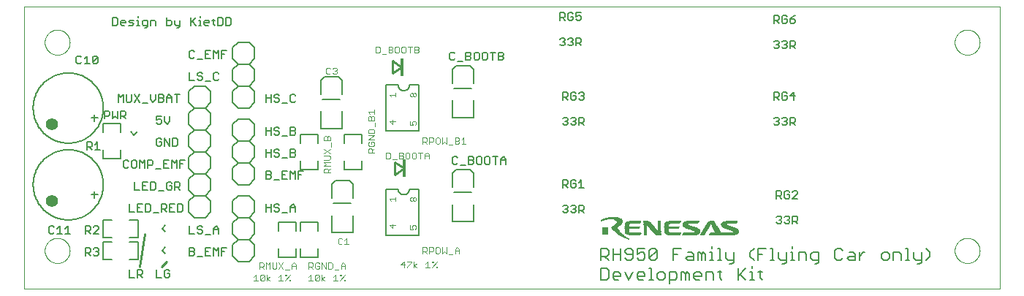
<source format=gto>
G75*
%MOIN*%
%OFA0B0*%
%FSLAX25Y25*%
%IPPOS*%
%LPD*%
%AMOC8*
5,1,8,0,0,1.08239X$1,22.5*
%
%ADD10C,0.00000*%
%ADD11C,0.00500*%
%ADD12C,0.00400*%
%ADD13C,0.01000*%
%ADD14C,0.05590*%
%ADD15C,0.00700*%
%ADD16C,0.00800*%
%ADD17C,0.00600*%
%ADD18R,0.01181X0.08268*%
%ADD19C,0.00300*%
%ADD20R,0.00300X0.00050*%
%ADD21R,0.00500X0.00050*%
%ADD22R,0.00600X0.00050*%
%ADD23R,0.00650X0.00050*%
%ADD24R,0.00700X0.00050*%
%ADD25R,0.00750X0.00050*%
%ADD26R,0.00800X0.00050*%
%ADD27R,0.00900X0.00050*%
%ADD28R,0.00950X0.00050*%
%ADD29R,0.01050X0.00050*%
%ADD30R,0.01100X0.00050*%
%ADD31R,0.01150X0.00050*%
%ADD32R,0.01250X0.00050*%
%ADD33R,0.01300X0.00050*%
%ADD34R,0.01350X0.00050*%
%ADD35R,0.01400X0.00050*%
%ADD36R,0.01450X0.00050*%
%ADD37R,0.01500X0.00050*%
%ADD38R,0.01550X0.00050*%
%ADD39R,0.01600X0.00050*%
%ADD40R,0.01650X0.00050*%
%ADD41R,0.01700X0.00050*%
%ADD42R,0.01750X0.00050*%
%ADD43R,0.01800X0.00050*%
%ADD44R,0.04400X0.00050*%
%ADD45R,0.05550X0.00050*%
%ADD46R,0.02150X0.00050*%
%ADD47R,0.11000X0.00050*%
%ADD48R,0.01850X0.00050*%
%ADD49R,0.05000X0.00050*%
%ADD50R,0.05050X0.00050*%
%ADD51R,0.06150X0.00050*%
%ADD52R,0.02200X0.00050*%
%ADD53R,0.11550X0.00050*%
%ADD54R,0.05400X0.00050*%
%ADD55R,0.02350X0.00050*%
%ADD56R,0.06450X0.00050*%
%ADD57R,0.11850X0.00050*%
%ADD58R,0.05650X0.00050*%
%ADD59R,0.02450X0.00050*%
%ADD60R,0.05700X0.00050*%
%ADD61R,0.06700X0.00050*%
%ADD62R,0.12050X0.00050*%
%ADD63R,0.05900X0.00050*%
%ADD64R,0.02550X0.00050*%
%ADD65R,0.06800X0.00050*%
%ADD66R,0.12200X0.00050*%
%ADD67R,0.01900X0.00050*%
%ADD68R,0.06050X0.00050*%
%ADD69R,0.02650X0.00050*%
%ADD70R,0.06900X0.00050*%
%ADD71R,0.12350X0.00050*%
%ADD72R,0.02950X0.00050*%
%ADD73R,0.06200X0.00050*%
%ADD74R,0.02700X0.00050*%
%ADD75R,0.07050X0.00050*%
%ADD76R,0.12450X0.00050*%
%ADD77R,0.01950X0.00050*%
%ADD78R,0.06300X0.00050*%
%ADD79R,0.02750X0.00050*%
%ADD80R,0.06350X0.00050*%
%ADD81R,0.07100X0.00050*%
%ADD82R,0.12550X0.00050*%
%ADD83R,0.02850X0.00050*%
%ADD84R,0.07200X0.00050*%
%ADD85R,0.12600X0.00050*%
%ADD86R,0.02000X0.00050*%
%ADD87R,0.06550X0.00050*%
%ADD88R,0.02900X0.00050*%
%ADD89R,0.12650X0.00050*%
%ADD90R,0.06650X0.00050*%
%ADD91R,0.07300X0.00050*%
%ADD92R,0.12700X0.00050*%
%ADD93R,0.02050X0.00050*%
%ADD94R,0.03000X0.00050*%
%ADD95R,0.06750X0.00050*%
%ADD96R,0.12750X0.00050*%
%ADD97R,0.06850X0.00050*%
%ADD98R,0.03050X0.00050*%
%ADD99R,0.07400X0.00050*%
%ADD100R,0.12800X0.00050*%
%ADD101R,0.06950X0.00050*%
%ADD102R,0.03100X0.00050*%
%ADD103R,0.12850X0.00050*%
%ADD104R,0.07000X0.00050*%
%ADD105R,0.03150X0.00050*%
%ADD106R,0.07450X0.00050*%
%ADD107R,0.07150X0.00050*%
%ADD108R,0.03200X0.00050*%
%ADD109R,0.02100X0.00050*%
%ADD110R,0.07250X0.00050*%
%ADD111R,0.03250X0.00050*%
%ADD112R,0.03300X0.00050*%
%ADD113R,0.02800X0.00050*%
%ADD114R,0.02600X0.00050*%
%ADD115R,0.03350X0.00050*%
%ADD116R,0.02500X0.00050*%
%ADD117R,0.03400X0.00050*%
%ADD118R,0.02400X0.00050*%
%ADD119R,0.03450X0.00050*%
%ADD120R,0.03500X0.00050*%
%ADD121R,0.02300X0.00050*%
%ADD122R,0.02250X0.00050*%
%ADD123R,0.03550X0.00050*%
%ADD124R,0.03600X0.00050*%
%ADD125R,0.03650X0.00050*%
%ADD126R,0.03700X0.00050*%
%ADD127R,0.03750X0.00050*%
%ADD128R,0.03800X0.00050*%
%ADD129R,0.03850X0.00050*%
%ADD130R,0.03900X0.00050*%
%ADD131R,0.03950X0.00050*%
%ADD132R,0.04000X0.00050*%
%ADD133R,0.04150X0.00050*%
%ADD134R,0.04100X0.00050*%
%ADD135R,0.04200X0.00050*%
%ADD136R,0.04250X0.00050*%
%ADD137R,0.04300X0.00050*%
%ADD138R,0.04350X0.00050*%
%ADD139R,0.04450X0.00050*%
%ADD140R,0.04500X0.00050*%
%ADD141R,0.04600X0.00050*%
%ADD142R,0.04700X0.00050*%
%ADD143R,0.04750X0.00050*%
%ADD144R,0.04850X0.00050*%
%ADD145R,0.06600X0.00050*%
%ADD146R,0.04900X0.00050*%
%ADD147R,0.05100X0.00050*%
%ADD148R,0.04950X0.00050*%
%ADD149R,0.04800X0.00050*%
%ADD150R,0.04650X0.00050*%
%ADD151R,0.04550X0.00050*%
%ADD152R,0.00050X0.00050*%
%ADD153R,0.04050X0.00050*%
%ADD154R,0.06500X0.00050*%
%ADD155R,0.06400X0.00050*%
%ADD156R,0.06250X0.00050*%
%ADD157R,0.06000X0.00050*%
%ADD158R,0.06100X0.00050*%
%ADD159R,0.05750X0.00050*%
%ADD160R,0.05950X0.00050*%
%ADD161R,0.05500X0.00050*%
%ADD162R,0.00200X0.00050*%
%ADD163R,0.05150X0.00050*%
%ADD164R,0.05300X0.00050*%
%ADD165R,0.00250X0.00050*%
%ADD166R,0.00400X0.00050*%
%ADD167R,0.00850X0.00050*%
%ADD168R,0.01200X0.00050*%
%ADD169R,0.07650X0.00050*%
D10*
X0006800Y0019300D02*
X0006800Y0148001D01*
X0451721Y0148001D01*
X0451721Y0019300D01*
X0006800Y0019300D01*
X0016091Y0036800D02*
X0016093Y0036951D01*
X0016099Y0037101D01*
X0016109Y0037252D01*
X0016123Y0037402D01*
X0016141Y0037551D01*
X0016162Y0037701D01*
X0016188Y0037849D01*
X0016218Y0037997D01*
X0016251Y0038144D01*
X0016289Y0038290D01*
X0016330Y0038435D01*
X0016375Y0038579D01*
X0016424Y0038721D01*
X0016477Y0038862D01*
X0016533Y0039002D01*
X0016593Y0039140D01*
X0016656Y0039277D01*
X0016724Y0039412D01*
X0016794Y0039545D01*
X0016868Y0039676D01*
X0016946Y0039805D01*
X0017027Y0039932D01*
X0017111Y0040057D01*
X0017199Y0040180D01*
X0017290Y0040300D01*
X0017384Y0040418D01*
X0017481Y0040533D01*
X0017581Y0040646D01*
X0017684Y0040756D01*
X0017790Y0040863D01*
X0017899Y0040968D01*
X0018010Y0041069D01*
X0018124Y0041168D01*
X0018240Y0041263D01*
X0018360Y0041356D01*
X0018481Y0041445D01*
X0018605Y0041531D01*
X0018731Y0041614D01*
X0018859Y0041693D01*
X0018989Y0041769D01*
X0019121Y0041842D01*
X0019255Y0041910D01*
X0019391Y0041976D01*
X0019529Y0042038D01*
X0019668Y0042096D01*
X0019808Y0042150D01*
X0019950Y0042201D01*
X0020093Y0042248D01*
X0020238Y0042291D01*
X0020383Y0042330D01*
X0020530Y0042366D01*
X0020677Y0042397D01*
X0020825Y0042425D01*
X0020974Y0042449D01*
X0021123Y0042469D01*
X0021273Y0042485D01*
X0021423Y0042497D01*
X0021574Y0042505D01*
X0021725Y0042509D01*
X0021875Y0042509D01*
X0022026Y0042505D01*
X0022177Y0042497D01*
X0022327Y0042485D01*
X0022477Y0042469D01*
X0022626Y0042449D01*
X0022775Y0042425D01*
X0022923Y0042397D01*
X0023070Y0042366D01*
X0023217Y0042330D01*
X0023362Y0042291D01*
X0023507Y0042248D01*
X0023650Y0042201D01*
X0023792Y0042150D01*
X0023932Y0042096D01*
X0024071Y0042038D01*
X0024209Y0041976D01*
X0024345Y0041910D01*
X0024479Y0041842D01*
X0024611Y0041769D01*
X0024741Y0041693D01*
X0024869Y0041614D01*
X0024995Y0041531D01*
X0025119Y0041445D01*
X0025240Y0041356D01*
X0025360Y0041263D01*
X0025476Y0041168D01*
X0025590Y0041069D01*
X0025701Y0040968D01*
X0025810Y0040863D01*
X0025916Y0040756D01*
X0026019Y0040646D01*
X0026119Y0040533D01*
X0026216Y0040418D01*
X0026310Y0040300D01*
X0026401Y0040180D01*
X0026489Y0040057D01*
X0026573Y0039932D01*
X0026654Y0039805D01*
X0026732Y0039676D01*
X0026806Y0039545D01*
X0026876Y0039412D01*
X0026944Y0039277D01*
X0027007Y0039140D01*
X0027067Y0039002D01*
X0027123Y0038862D01*
X0027176Y0038721D01*
X0027225Y0038579D01*
X0027270Y0038435D01*
X0027311Y0038290D01*
X0027349Y0038144D01*
X0027382Y0037997D01*
X0027412Y0037849D01*
X0027438Y0037701D01*
X0027459Y0037551D01*
X0027477Y0037402D01*
X0027491Y0037252D01*
X0027501Y0037101D01*
X0027507Y0036951D01*
X0027509Y0036800D01*
X0027507Y0036649D01*
X0027501Y0036499D01*
X0027491Y0036348D01*
X0027477Y0036198D01*
X0027459Y0036049D01*
X0027438Y0035899D01*
X0027412Y0035751D01*
X0027382Y0035603D01*
X0027349Y0035456D01*
X0027311Y0035310D01*
X0027270Y0035165D01*
X0027225Y0035021D01*
X0027176Y0034879D01*
X0027123Y0034738D01*
X0027067Y0034598D01*
X0027007Y0034460D01*
X0026944Y0034323D01*
X0026876Y0034188D01*
X0026806Y0034055D01*
X0026732Y0033924D01*
X0026654Y0033795D01*
X0026573Y0033668D01*
X0026489Y0033543D01*
X0026401Y0033420D01*
X0026310Y0033300D01*
X0026216Y0033182D01*
X0026119Y0033067D01*
X0026019Y0032954D01*
X0025916Y0032844D01*
X0025810Y0032737D01*
X0025701Y0032632D01*
X0025590Y0032531D01*
X0025476Y0032432D01*
X0025360Y0032337D01*
X0025240Y0032244D01*
X0025119Y0032155D01*
X0024995Y0032069D01*
X0024869Y0031986D01*
X0024741Y0031907D01*
X0024611Y0031831D01*
X0024479Y0031758D01*
X0024345Y0031690D01*
X0024209Y0031624D01*
X0024071Y0031562D01*
X0023932Y0031504D01*
X0023792Y0031450D01*
X0023650Y0031399D01*
X0023507Y0031352D01*
X0023362Y0031309D01*
X0023217Y0031270D01*
X0023070Y0031234D01*
X0022923Y0031203D01*
X0022775Y0031175D01*
X0022626Y0031151D01*
X0022477Y0031131D01*
X0022327Y0031115D01*
X0022177Y0031103D01*
X0022026Y0031095D01*
X0021875Y0031091D01*
X0021725Y0031091D01*
X0021574Y0031095D01*
X0021423Y0031103D01*
X0021273Y0031115D01*
X0021123Y0031131D01*
X0020974Y0031151D01*
X0020825Y0031175D01*
X0020677Y0031203D01*
X0020530Y0031234D01*
X0020383Y0031270D01*
X0020238Y0031309D01*
X0020093Y0031352D01*
X0019950Y0031399D01*
X0019808Y0031450D01*
X0019668Y0031504D01*
X0019529Y0031562D01*
X0019391Y0031624D01*
X0019255Y0031690D01*
X0019121Y0031758D01*
X0018989Y0031831D01*
X0018859Y0031907D01*
X0018731Y0031986D01*
X0018605Y0032069D01*
X0018481Y0032155D01*
X0018360Y0032244D01*
X0018240Y0032337D01*
X0018124Y0032432D01*
X0018010Y0032531D01*
X0017899Y0032632D01*
X0017790Y0032737D01*
X0017684Y0032844D01*
X0017581Y0032954D01*
X0017481Y0033067D01*
X0017384Y0033182D01*
X0017290Y0033300D01*
X0017199Y0033420D01*
X0017111Y0033543D01*
X0017027Y0033668D01*
X0016946Y0033795D01*
X0016868Y0033924D01*
X0016794Y0034055D01*
X0016724Y0034188D01*
X0016656Y0034323D01*
X0016593Y0034460D01*
X0016533Y0034598D01*
X0016477Y0034738D01*
X0016424Y0034879D01*
X0016375Y0035021D01*
X0016330Y0035165D01*
X0016289Y0035310D01*
X0016251Y0035456D01*
X0016218Y0035603D01*
X0016188Y0035751D01*
X0016162Y0035899D01*
X0016141Y0036049D01*
X0016123Y0036198D01*
X0016109Y0036348D01*
X0016099Y0036499D01*
X0016093Y0036649D01*
X0016091Y0036800D01*
X0016091Y0131800D02*
X0016093Y0131951D01*
X0016099Y0132101D01*
X0016109Y0132252D01*
X0016123Y0132402D01*
X0016141Y0132551D01*
X0016162Y0132701D01*
X0016188Y0132849D01*
X0016218Y0132997D01*
X0016251Y0133144D01*
X0016289Y0133290D01*
X0016330Y0133435D01*
X0016375Y0133579D01*
X0016424Y0133721D01*
X0016477Y0133862D01*
X0016533Y0134002D01*
X0016593Y0134140D01*
X0016656Y0134277D01*
X0016724Y0134412D01*
X0016794Y0134545D01*
X0016868Y0134676D01*
X0016946Y0134805D01*
X0017027Y0134932D01*
X0017111Y0135057D01*
X0017199Y0135180D01*
X0017290Y0135300D01*
X0017384Y0135418D01*
X0017481Y0135533D01*
X0017581Y0135646D01*
X0017684Y0135756D01*
X0017790Y0135863D01*
X0017899Y0135968D01*
X0018010Y0136069D01*
X0018124Y0136168D01*
X0018240Y0136263D01*
X0018360Y0136356D01*
X0018481Y0136445D01*
X0018605Y0136531D01*
X0018731Y0136614D01*
X0018859Y0136693D01*
X0018989Y0136769D01*
X0019121Y0136842D01*
X0019255Y0136910D01*
X0019391Y0136976D01*
X0019529Y0137038D01*
X0019668Y0137096D01*
X0019808Y0137150D01*
X0019950Y0137201D01*
X0020093Y0137248D01*
X0020238Y0137291D01*
X0020383Y0137330D01*
X0020530Y0137366D01*
X0020677Y0137397D01*
X0020825Y0137425D01*
X0020974Y0137449D01*
X0021123Y0137469D01*
X0021273Y0137485D01*
X0021423Y0137497D01*
X0021574Y0137505D01*
X0021725Y0137509D01*
X0021875Y0137509D01*
X0022026Y0137505D01*
X0022177Y0137497D01*
X0022327Y0137485D01*
X0022477Y0137469D01*
X0022626Y0137449D01*
X0022775Y0137425D01*
X0022923Y0137397D01*
X0023070Y0137366D01*
X0023217Y0137330D01*
X0023362Y0137291D01*
X0023507Y0137248D01*
X0023650Y0137201D01*
X0023792Y0137150D01*
X0023932Y0137096D01*
X0024071Y0137038D01*
X0024209Y0136976D01*
X0024345Y0136910D01*
X0024479Y0136842D01*
X0024611Y0136769D01*
X0024741Y0136693D01*
X0024869Y0136614D01*
X0024995Y0136531D01*
X0025119Y0136445D01*
X0025240Y0136356D01*
X0025360Y0136263D01*
X0025476Y0136168D01*
X0025590Y0136069D01*
X0025701Y0135968D01*
X0025810Y0135863D01*
X0025916Y0135756D01*
X0026019Y0135646D01*
X0026119Y0135533D01*
X0026216Y0135418D01*
X0026310Y0135300D01*
X0026401Y0135180D01*
X0026489Y0135057D01*
X0026573Y0134932D01*
X0026654Y0134805D01*
X0026732Y0134676D01*
X0026806Y0134545D01*
X0026876Y0134412D01*
X0026944Y0134277D01*
X0027007Y0134140D01*
X0027067Y0134002D01*
X0027123Y0133862D01*
X0027176Y0133721D01*
X0027225Y0133579D01*
X0027270Y0133435D01*
X0027311Y0133290D01*
X0027349Y0133144D01*
X0027382Y0132997D01*
X0027412Y0132849D01*
X0027438Y0132701D01*
X0027459Y0132551D01*
X0027477Y0132402D01*
X0027491Y0132252D01*
X0027501Y0132101D01*
X0027507Y0131951D01*
X0027509Y0131800D01*
X0027507Y0131649D01*
X0027501Y0131499D01*
X0027491Y0131348D01*
X0027477Y0131198D01*
X0027459Y0131049D01*
X0027438Y0130899D01*
X0027412Y0130751D01*
X0027382Y0130603D01*
X0027349Y0130456D01*
X0027311Y0130310D01*
X0027270Y0130165D01*
X0027225Y0130021D01*
X0027176Y0129879D01*
X0027123Y0129738D01*
X0027067Y0129598D01*
X0027007Y0129460D01*
X0026944Y0129323D01*
X0026876Y0129188D01*
X0026806Y0129055D01*
X0026732Y0128924D01*
X0026654Y0128795D01*
X0026573Y0128668D01*
X0026489Y0128543D01*
X0026401Y0128420D01*
X0026310Y0128300D01*
X0026216Y0128182D01*
X0026119Y0128067D01*
X0026019Y0127954D01*
X0025916Y0127844D01*
X0025810Y0127737D01*
X0025701Y0127632D01*
X0025590Y0127531D01*
X0025476Y0127432D01*
X0025360Y0127337D01*
X0025240Y0127244D01*
X0025119Y0127155D01*
X0024995Y0127069D01*
X0024869Y0126986D01*
X0024741Y0126907D01*
X0024611Y0126831D01*
X0024479Y0126758D01*
X0024345Y0126690D01*
X0024209Y0126624D01*
X0024071Y0126562D01*
X0023932Y0126504D01*
X0023792Y0126450D01*
X0023650Y0126399D01*
X0023507Y0126352D01*
X0023362Y0126309D01*
X0023217Y0126270D01*
X0023070Y0126234D01*
X0022923Y0126203D01*
X0022775Y0126175D01*
X0022626Y0126151D01*
X0022477Y0126131D01*
X0022327Y0126115D01*
X0022177Y0126103D01*
X0022026Y0126095D01*
X0021875Y0126091D01*
X0021725Y0126091D01*
X0021574Y0126095D01*
X0021423Y0126103D01*
X0021273Y0126115D01*
X0021123Y0126131D01*
X0020974Y0126151D01*
X0020825Y0126175D01*
X0020677Y0126203D01*
X0020530Y0126234D01*
X0020383Y0126270D01*
X0020238Y0126309D01*
X0020093Y0126352D01*
X0019950Y0126399D01*
X0019808Y0126450D01*
X0019668Y0126504D01*
X0019529Y0126562D01*
X0019391Y0126624D01*
X0019255Y0126690D01*
X0019121Y0126758D01*
X0018989Y0126831D01*
X0018859Y0126907D01*
X0018731Y0126986D01*
X0018605Y0127069D01*
X0018481Y0127155D01*
X0018360Y0127244D01*
X0018240Y0127337D01*
X0018124Y0127432D01*
X0018010Y0127531D01*
X0017899Y0127632D01*
X0017790Y0127737D01*
X0017684Y0127844D01*
X0017581Y0127954D01*
X0017481Y0128067D01*
X0017384Y0128182D01*
X0017290Y0128300D01*
X0017199Y0128420D01*
X0017111Y0128543D01*
X0017027Y0128668D01*
X0016946Y0128795D01*
X0016868Y0128924D01*
X0016794Y0129055D01*
X0016724Y0129188D01*
X0016656Y0129323D01*
X0016593Y0129460D01*
X0016533Y0129598D01*
X0016477Y0129738D01*
X0016424Y0129879D01*
X0016375Y0130021D01*
X0016330Y0130165D01*
X0016289Y0130310D01*
X0016251Y0130456D01*
X0016218Y0130603D01*
X0016188Y0130751D01*
X0016162Y0130899D01*
X0016141Y0131049D01*
X0016123Y0131198D01*
X0016109Y0131348D01*
X0016099Y0131499D01*
X0016093Y0131649D01*
X0016091Y0131800D01*
X0431091Y0131800D02*
X0431093Y0131951D01*
X0431099Y0132101D01*
X0431109Y0132252D01*
X0431123Y0132402D01*
X0431141Y0132551D01*
X0431162Y0132701D01*
X0431188Y0132849D01*
X0431218Y0132997D01*
X0431251Y0133144D01*
X0431289Y0133290D01*
X0431330Y0133435D01*
X0431375Y0133579D01*
X0431424Y0133721D01*
X0431477Y0133862D01*
X0431533Y0134002D01*
X0431593Y0134140D01*
X0431656Y0134277D01*
X0431724Y0134412D01*
X0431794Y0134545D01*
X0431868Y0134676D01*
X0431946Y0134805D01*
X0432027Y0134932D01*
X0432111Y0135057D01*
X0432199Y0135180D01*
X0432290Y0135300D01*
X0432384Y0135418D01*
X0432481Y0135533D01*
X0432581Y0135646D01*
X0432684Y0135756D01*
X0432790Y0135863D01*
X0432899Y0135968D01*
X0433010Y0136069D01*
X0433124Y0136168D01*
X0433240Y0136263D01*
X0433360Y0136356D01*
X0433481Y0136445D01*
X0433605Y0136531D01*
X0433731Y0136614D01*
X0433859Y0136693D01*
X0433989Y0136769D01*
X0434121Y0136842D01*
X0434255Y0136910D01*
X0434391Y0136976D01*
X0434529Y0137038D01*
X0434668Y0137096D01*
X0434808Y0137150D01*
X0434950Y0137201D01*
X0435093Y0137248D01*
X0435238Y0137291D01*
X0435383Y0137330D01*
X0435530Y0137366D01*
X0435677Y0137397D01*
X0435825Y0137425D01*
X0435974Y0137449D01*
X0436123Y0137469D01*
X0436273Y0137485D01*
X0436423Y0137497D01*
X0436574Y0137505D01*
X0436725Y0137509D01*
X0436875Y0137509D01*
X0437026Y0137505D01*
X0437177Y0137497D01*
X0437327Y0137485D01*
X0437477Y0137469D01*
X0437626Y0137449D01*
X0437775Y0137425D01*
X0437923Y0137397D01*
X0438070Y0137366D01*
X0438217Y0137330D01*
X0438362Y0137291D01*
X0438507Y0137248D01*
X0438650Y0137201D01*
X0438792Y0137150D01*
X0438932Y0137096D01*
X0439071Y0137038D01*
X0439209Y0136976D01*
X0439345Y0136910D01*
X0439479Y0136842D01*
X0439611Y0136769D01*
X0439741Y0136693D01*
X0439869Y0136614D01*
X0439995Y0136531D01*
X0440119Y0136445D01*
X0440240Y0136356D01*
X0440360Y0136263D01*
X0440476Y0136168D01*
X0440590Y0136069D01*
X0440701Y0135968D01*
X0440810Y0135863D01*
X0440916Y0135756D01*
X0441019Y0135646D01*
X0441119Y0135533D01*
X0441216Y0135418D01*
X0441310Y0135300D01*
X0441401Y0135180D01*
X0441489Y0135057D01*
X0441573Y0134932D01*
X0441654Y0134805D01*
X0441732Y0134676D01*
X0441806Y0134545D01*
X0441876Y0134412D01*
X0441944Y0134277D01*
X0442007Y0134140D01*
X0442067Y0134002D01*
X0442123Y0133862D01*
X0442176Y0133721D01*
X0442225Y0133579D01*
X0442270Y0133435D01*
X0442311Y0133290D01*
X0442349Y0133144D01*
X0442382Y0132997D01*
X0442412Y0132849D01*
X0442438Y0132701D01*
X0442459Y0132551D01*
X0442477Y0132402D01*
X0442491Y0132252D01*
X0442501Y0132101D01*
X0442507Y0131951D01*
X0442509Y0131800D01*
X0442507Y0131649D01*
X0442501Y0131499D01*
X0442491Y0131348D01*
X0442477Y0131198D01*
X0442459Y0131049D01*
X0442438Y0130899D01*
X0442412Y0130751D01*
X0442382Y0130603D01*
X0442349Y0130456D01*
X0442311Y0130310D01*
X0442270Y0130165D01*
X0442225Y0130021D01*
X0442176Y0129879D01*
X0442123Y0129738D01*
X0442067Y0129598D01*
X0442007Y0129460D01*
X0441944Y0129323D01*
X0441876Y0129188D01*
X0441806Y0129055D01*
X0441732Y0128924D01*
X0441654Y0128795D01*
X0441573Y0128668D01*
X0441489Y0128543D01*
X0441401Y0128420D01*
X0441310Y0128300D01*
X0441216Y0128182D01*
X0441119Y0128067D01*
X0441019Y0127954D01*
X0440916Y0127844D01*
X0440810Y0127737D01*
X0440701Y0127632D01*
X0440590Y0127531D01*
X0440476Y0127432D01*
X0440360Y0127337D01*
X0440240Y0127244D01*
X0440119Y0127155D01*
X0439995Y0127069D01*
X0439869Y0126986D01*
X0439741Y0126907D01*
X0439611Y0126831D01*
X0439479Y0126758D01*
X0439345Y0126690D01*
X0439209Y0126624D01*
X0439071Y0126562D01*
X0438932Y0126504D01*
X0438792Y0126450D01*
X0438650Y0126399D01*
X0438507Y0126352D01*
X0438362Y0126309D01*
X0438217Y0126270D01*
X0438070Y0126234D01*
X0437923Y0126203D01*
X0437775Y0126175D01*
X0437626Y0126151D01*
X0437477Y0126131D01*
X0437327Y0126115D01*
X0437177Y0126103D01*
X0437026Y0126095D01*
X0436875Y0126091D01*
X0436725Y0126091D01*
X0436574Y0126095D01*
X0436423Y0126103D01*
X0436273Y0126115D01*
X0436123Y0126131D01*
X0435974Y0126151D01*
X0435825Y0126175D01*
X0435677Y0126203D01*
X0435530Y0126234D01*
X0435383Y0126270D01*
X0435238Y0126309D01*
X0435093Y0126352D01*
X0434950Y0126399D01*
X0434808Y0126450D01*
X0434668Y0126504D01*
X0434529Y0126562D01*
X0434391Y0126624D01*
X0434255Y0126690D01*
X0434121Y0126758D01*
X0433989Y0126831D01*
X0433859Y0126907D01*
X0433731Y0126986D01*
X0433605Y0127069D01*
X0433481Y0127155D01*
X0433360Y0127244D01*
X0433240Y0127337D01*
X0433124Y0127432D01*
X0433010Y0127531D01*
X0432899Y0127632D01*
X0432790Y0127737D01*
X0432684Y0127844D01*
X0432581Y0127954D01*
X0432481Y0128067D01*
X0432384Y0128182D01*
X0432290Y0128300D01*
X0432199Y0128420D01*
X0432111Y0128543D01*
X0432027Y0128668D01*
X0431946Y0128795D01*
X0431868Y0128924D01*
X0431794Y0129055D01*
X0431724Y0129188D01*
X0431656Y0129323D01*
X0431593Y0129460D01*
X0431533Y0129598D01*
X0431477Y0129738D01*
X0431424Y0129879D01*
X0431375Y0130021D01*
X0431330Y0130165D01*
X0431289Y0130310D01*
X0431251Y0130456D01*
X0431218Y0130603D01*
X0431188Y0130751D01*
X0431162Y0130899D01*
X0431141Y0131049D01*
X0431123Y0131198D01*
X0431109Y0131348D01*
X0431099Y0131499D01*
X0431093Y0131649D01*
X0431091Y0131800D01*
X0431091Y0036800D02*
X0431093Y0036951D01*
X0431099Y0037101D01*
X0431109Y0037252D01*
X0431123Y0037402D01*
X0431141Y0037551D01*
X0431162Y0037701D01*
X0431188Y0037849D01*
X0431218Y0037997D01*
X0431251Y0038144D01*
X0431289Y0038290D01*
X0431330Y0038435D01*
X0431375Y0038579D01*
X0431424Y0038721D01*
X0431477Y0038862D01*
X0431533Y0039002D01*
X0431593Y0039140D01*
X0431656Y0039277D01*
X0431724Y0039412D01*
X0431794Y0039545D01*
X0431868Y0039676D01*
X0431946Y0039805D01*
X0432027Y0039932D01*
X0432111Y0040057D01*
X0432199Y0040180D01*
X0432290Y0040300D01*
X0432384Y0040418D01*
X0432481Y0040533D01*
X0432581Y0040646D01*
X0432684Y0040756D01*
X0432790Y0040863D01*
X0432899Y0040968D01*
X0433010Y0041069D01*
X0433124Y0041168D01*
X0433240Y0041263D01*
X0433360Y0041356D01*
X0433481Y0041445D01*
X0433605Y0041531D01*
X0433731Y0041614D01*
X0433859Y0041693D01*
X0433989Y0041769D01*
X0434121Y0041842D01*
X0434255Y0041910D01*
X0434391Y0041976D01*
X0434529Y0042038D01*
X0434668Y0042096D01*
X0434808Y0042150D01*
X0434950Y0042201D01*
X0435093Y0042248D01*
X0435238Y0042291D01*
X0435383Y0042330D01*
X0435530Y0042366D01*
X0435677Y0042397D01*
X0435825Y0042425D01*
X0435974Y0042449D01*
X0436123Y0042469D01*
X0436273Y0042485D01*
X0436423Y0042497D01*
X0436574Y0042505D01*
X0436725Y0042509D01*
X0436875Y0042509D01*
X0437026Y0042505D01*
X0437177Y0042497D01*
X0437327Y0042485D01*
X0437477Y0042469D01*
X0437626Y0042449D01*
X0437775Y0042425D01*
X0437923Y0042397D01*
X0438070Y0042366D01*
X0438217Y0042330D01*
X0438362Y0042291D01*
X0438507Y0042248D01*
X0438650Y0042201D01*
X0438792Y0042150D01*
X0438932Y0042096D01*
X0439071Y0042038D01*
X0439209Y0041976D01*
X0439345Y0041910D01*
X0439479Y0041842D01*
X0439611Y0041769D01*
X0439741Y0041693D01*
X0439869Y0041614D01*
X0439995Y0041531D01*
X0440119Y0041445D01*
X0440240Y0041356D01*
X0440360Y0041263D01*
X0440476Y0041168D01*
X0440590Y0041069D01*
X0440701Y0040968D01*
X0440810Y0040863D01*
X0440916Y0040756D01*
X0441019Y0040646D01*
X0441119Y0040533D01*
X0441216Y0040418D01*
X0441310Y0040300D01*
X0441401Y0040180D01*
X0441489Y0040057D01*
X0441573Y0039932D01*
X0441654Y0039805D01*
X0441732Y0039676D01*
X0441806Y0039545D01*
X0441876Y0039412D01*
X0441944Y0039277D01*
X0442007Y0039140D01*
X0442067Y0039002D01*
X0442123Y0038862D01*
X0442176Y0038721D01*
X0442225Y0038579D01*
X0442270Y0038435D01*
X0442311Y0038290D01*
X0442349Y0038144D01*
X0442382Y0037997D01*
X0442412Y0037849D01*
X0442438Y0037701D01*
X0442459Y0037551D01*
X0442477Y0037402D01*
X0442491Y0037252D01*
X0442501Y0037101D01*
X0442507Y0036951D01*
X0442509Y0036800D01*
X0442507Y0036649D01*
X0442501Y0036499D01*
X0442491Y0036348D01*
X0442477Y0036198D01*
X0442459Y0036049D01*
X0442438Y0035899D01*
X0442412Y0035751D01*
X0442382Y0035603D01*
X0442349Y0035456D01*
X0442311Y0035310D01*
X0442270Y0035165D01*
X0442225Y0035021D01*
X0442176Y0034879D01*
X0442123Y0034738D01*
X0442067Y0034598D01*
X0442007Y0034460D01*
X0441944Y0034323D01*
X0441876Y0034188D01*
X0441806Y0034055D01*
X0441732Y0033924D01*
X0441654Y0033795D01*
X0441573Y0033668D01*
X0441489Y0033543D01*
X0441401Y0033420D01*
X0441310Y0033300D01*
X0441216Y0033182D01*
X0441119Y0033067D01*
X0441019Y0032954D01*
X0440916Y0032844D01*
X0440810Y0032737D01*
X0440701Y0032632D01*
X0440590Y0032531D01*
X0440476Y0032432D01*
X0440360Y0032337D01*
X0440240Y0032244D01*
X0440119Y0032155D01*
X0439995Y0032069D01*
X0439869Y0031986D01*
X0439741Y0031907D01*
X0439611Y0031831D01*
X0439479Y0031758D01*
X0439345Y0031690D01*
X0439209Y0031624D01*
X0439071Y0031562D01*
X0438932Y0031504D01*
X0438792Y0031450D01*
X0438650Y0031399D01*
X0438507Y0031352D01*
X0438362Y0031309D01*
X0438217Y0031270D01*
X0438070Y0031234D01*
X0437923Y0031203D01*
X0437775Y0031175D01*
X0437626Y0031151D01*
X0437477Y0031131D01*
X0437327Y0031115D01*
X0437177Y0031103D01*
X0437026Y0031095D01*
X0436875Y0031091D01*
X0436725Y0031091D01*
X0436574Y0031095D01*
X0436423Y0031103D01*
X0436273Y0031115D01*
X0436123Y0031131D01*
X0435974Y0031151D01*
X0435825Y0031175D01*
X0435677Y0031203D01*
X0435530Y0031234D01*
X0435383Y0031270D01*
X0435238Y0031309D01*
X0435093Y0031352D01*
X0434950Y0031399D01*
X0434808Y0031450D01*
X0434668Y0031504D01*
X0434529Y0031562D01*
X0434391Y0031624D01*
X0434255Y0031690D01*
X0434121Y0031758D01*
X0433989Y0031831D01*
X0433859Y0031907D01*
X0433731Y0031986D01*
X0433605Y0032069D01*
X0433481Y0032155D01*
X0433360Y0032244D01*
X0433240Y0032337D01*
X0433124Y0032432D01*
X0433010Y0032531D01*
X0432899Y0032632D01*
X0432790Y0032737D01*
X0432684Y0032844D01*
X0432581Y0032954D01*
X0432481Y0033067D01*
X0432384Y0033182D01*
X0432290Y0033300D01*
X0432199Y0033420D01*
X0432111Y0033543D01*
X0432027Y0033668D01*
X0431946Y0033795D01*
X0431868Y0033924D01*
X0431794Y0034055D01*
X0431724Y0034188D01*
X0431656Y0034323D01*
X0431593Y0034460D01*
X0431533Y0034598D01*
X0431477Y0034738D01*
X0431424Y0034879D01*
X0431375Y0035021D01*
X0431330Y0035165D01*
X0431289Y0035310D01*
X0431251Y0035456D01*
X0431218Y0035603D01*
X0431188Y0035751D01*
X0431162Y0035899D01*
X0431141Y0036049D01*
X0431123Y0036198D01*
X0431109Y0036348D01*
X0431099Y0036499D01*
X0431093Y0036649D01*
X0431091Y0036800D01*
D11*
X0359502Y0049050D02*
X0358334Y0050218D01*
X0358918Y0050218D02*
X0357166Y0050218D01*
X0357166Y0049050D02*
X0357166Y0052553D01*
X0358918Y0052553D01*
X0359502Y0051969D01*
X0359502Y0050801D01*
X0358918Y0050218D01*
X0355818Y0050218D02*
X0355235Y0050801D01*
X0354651Y0050801D01*
X0355235Y0050801D02*
X0355818Y0051385D01*
X0355818Y0051969D01*
X0355235Y0052553D01*
X0354067Y0052553D01*
X0353483Y0051969D01*
X0352135Y0051969D02*
X0351551Y0052553D01*
X0350384Y0052553D01*
X0349800Y0051969D01*
X0350968Y0050801D02*
X0351551Y0050801D01*
X0352135Y0050218D01*
X0352135Y0049634D01*
X0351551Y0049050D01*
X0350384Y0049050D01*
X0349800Y0049634D01*
X0351551Y0050801D02*
X0352135Y0051385D01*
X0352135Y0051969D01*
X0353483Y0049634D02*
X0354067Y0049050D01*
X0355235Y0049050D01*
X0355818Y0049634D01*
X0355818Y0050218D01*
X0355235Y0060550D02*
X0355818Y0061134D01*
X0355818Y0062301D01*
X0354651Y0062301D01*
X0353483Y0061134D02*
X0354067Y0060550D01*
X0355235Y0060550D01*
X0353483Y0061134D02*
X0353483Y0063469D01*
X0354067Y0064053D01*
X0355235Y0064053D01*
X0355818Y0063469D01*
X0357166Y0063469D02*
X0357750Y0064053D01*
X0358918Y0064053D01*
X0359502Y0063469D01*
X0359502Y0062885D01*
X0357166Y0060550D01*
X0359502Y0060550D01*
X0352135Y0060550D02*
X0350968Y0061718D01*
X0351551Y0061718D02*
X0349800Y0061718D01*
X0349800Y0060550D02*
X0349800Y0064053D01*
X0351551Y0064053D01*
X0352135Y0063469D01*
X0352135Y0062301D01*
X0351551Y0061718D01*
X0262002Y0065550D02*
X0259666Y0065550D01*
X0260834Y0065550D02*
X0260834Y0069053D01*
X0259666Y0067885D01*
X0258318Y0067301D02*
X0257151Y0067301D01*
X0258318Y0067301D02*
X0258318Y0066134D01*
X0257735Y0065550D01*
X0256567Y0065550D01*
X0255983Y0066134D01*
X0255983Y0068469D01*
X0256567Y0069053D01*
X0257735Y0069053D01*
X0258318Y0068469D01*
X0254635Y0068469D02*
X0254635Y0067301D01*
X0254051Y0066718D01*
X0252300Y0066718D01*
X0253468Y0066718D02*
X0254635Y0065550D01*
X0252300Y0065550D02*
X0252300Y0069053D01*
X0254051Y0069053D01*
X0254635Y0068469D01*
X0226484Y0076237D02*
X0226484Y0078572D01*
X0225317Y0079740D01*
X0224149Y0078572D01*
X0224149Y0076237D01*
X0224149Y0077988D02*
X0226484Y0077988D01*
X0222801Y0079740D02*
X0220466Y0079740D01*
X0221633Y0079740D02*
X0221633Y0076237D01*
X0219118Y0076821D02*
X0219118Y0079156D01*
X0218534Y0079740D01*
X0217366Y0079740D01*
X0216783Y0079156D01*
X0216783Y0076821D01*
X0217366Y0076237D01*
X0218534Y0076237D01*
X0219118Y0076821D01*
X0215435Y0076821D02*
X0215435Y0079156D01*
X0214851Y0079740D01*
X0213683Y0079740D01*
X0213099Y0079156D01*
X0213099Y0076821D01*
X0213683Y0076237D01*
X0214851Y0076237D01*
X0215435Y0076821D01*
X0211752Y0076821D02*
X0211168Y0076237D01*
X0209416Y0076237D01*
X0209416Y0079740D01*
X0211168Y0079740D01*
X0211752Y0079156D01*
X0211752Y0078572D01*
X0211168Y0077988D01*
X0209416Y0077988D01*
X0211168Y0077988D02*
X0211752Y0077405D01*
X0211752Y0076821D01*
X0208068Y0075653D02*
X0205733Y0075653D01*
X0204385Y0076821D02*
X0203801Y0076237D01*
X0202634Y0076237D01*
X0202050Y0076821D01*
X0202050Y0079156D01*
X0202634Y0079740D01*
X0203801Y0079740D01*
X0204385Y0079156D01*
X0186800Y0091300D02*
X0171800Y0091300D01*
X0171800Y0112300D01*
X0177300Y0112300D01*
X0177302Y0112202D01*
X0177308Y0112104D01*
X0177317Y0112006D01*
X0177331Y0111909D01*
X0177348Y0111812D01*
X0177369Y0111716D01*
X0177394Y0111621D01*
X0177422Y0111527D01*
X0177455Y0111435D01*
X0177490Y0111343D01*
X0177530Y0111253D01*
X0177572Y0111165D01*
X0177619Y0111078D01*
X0177668Y0110994D01*
X0177721Y0110911D01*
X0177777Y0110831D01*
X0177837Y0110752D01*
X0177899Y0110676D01*
X0177964Y0110603D01*
X0178032Y0110532D01*
X0178103Y0110464D01*
X0178176Y0110399D01*
X0178252Y0110337D01*
X0178331Y0110277D01*
X0178411Y0110221D01*
X0178494Y0110168D01*
X0178578Y0110119D01*
X0178665Y0110072D01*
X0178753Y0110030D01*
X0178843Y0109990D01*
X0178935Y0109955D01*
X0179027Y0109922D01*
X0179121Y0109894D01*
X0179216Y0109869D01*
X0179312Y0109848D01*
X0179409Y0109831D01*
X0179506Y0109817D01*
X0179604Y0109808D01*
X0179702Y0109802D01*
X0179800Y0109800D01*
X0179898Y0109802D01*
X0179996Y0109808D01*
X0180094Y0109817D01*
X0180191Y0109831D01*
X0180288Y0109848D01*
X0180384Y0109869D01*
X0180479Y0109894D01*
X0180573Y0109922D01*
X0180665Y0109955D01*
X0180757Y0109990D01*
X0180847Y0110030D01*
X0180935Y0110072D01*
X0181022Y0110119D01*
X0181106Y0110168D01*
X0181189Y0110221D01*
X0181269Y0110277D01*
X0181348Y0110337D01*
X0181424Y0110399D01*
X0181497Y0110464D01*
X0181568Y0110532D01*
X0181636Y0110603D01*
X0181701Y0110676D01*
X0181763Y0110752D01*
X0181823Y0110831D01*
X0181879Y0110911D01*
X0181932Y0110994D01*
X0181981Y0111078D01*
X0182028Y0111165D01*
X0182070Y0111253D01*
X0182110Y0111343D01*
X0182145Y0111435D01*
X0182178Y0111527D01*
X0182206Y0111621D01*
X0182231Y0111716D01*
X0182252Y0111812D01*
X0182269Y0111909D01*
X0182283Y0112006D01*
X0182292Y0112104D01*
X0182298Y0112202D01*
X0182300Y0112300D01*
X0186800Y0112300D01*
X0186800Y0091300D01*
X0160800Y0089800D02*
X0160800Y0085800D01*
X0160800Y0089800D02*
X0152800Y0089800D01*
X0152800Y0085800D01*
X0140800Y0085800D02*
X0140800Y0089800D01*
X0132800Y0089800D01*
X0132800Y0085800D01*
X0129851Y0083053D02*
X0130435Y0082469D01*
X0130435Y0081885D01*
X0129851Y0081301D01*
X0128099Y0081301D01*
X0128099Y0079550D02*
X0129851Y0079550D01*
X0130435Y0080134D01*
X0130435Y0080718D01*
X0129851Y0081301D01*
X0129851Y0083053D02*
X0128099Y0083053D01*
X0128099Y0079550D01*
X0126752Y0078966D02*
X0124416Y0078966D01*
X0123068Y0080134D02*
X0122485Y0079550D01*
X0121317Y0079550D01*
X0120733Y0080134D01*
X0121317Y0081301D02*
X0122485Y0081301D01*
X0123068Y0080718D01*
X0123068Y0080134D01*
X0121317Y0081301D02*
X0120733Y0081885D01*
X0120733Y0082469D01*
X0121317Y0083053D01*
X0122485Y0083053D01*
X0123068Y0082469D01*
X0119385Y0083053D02*
X0119385Y0079550D01*
X0119385Y0081301D02*
X0117050Y0081301D01*
X0117050Y0079550D02*
X0117050Y0083053D01*
X0117050Y0089550D02*
X0117050Y0093053D01*
X0117050Y0091301D02*
X0119385Y0091301D01*
X0120733Y0091885D02*
X0121317Y0091301D01*
X0122485Y0091301D01*
X0123068Y0090718D01*
X0123068Y0090134D01*
X0122485Y0089550D01*
X0121317Y0089550D01*
X0120733Y0090134D01*
X0119385Y0089550D02*
X0119385Y0093053D01*
X0120733Y0092469D02*
X0120733Y0091885D01*
X0120733Y0092469D02*
X0121317Y0093053D01*
X0122485Y0093053D01*
X0123068Y0092469D01*
X0128099Y0093053D02*
X0129851Y0093053D01*
X0130435Y0092469D01*
X0130435Y0091885D01*
X0129851Y0091301D01*
X0128099Y0091301D01*
X0128099Y0089550D02*
X0129851Y0089550D01*
X0130435Y0090134D01*
X0130435Y0090718D01*
X0129851Y0091301D01*
X0128099Y0089550D02*
X0128099Y0093053D01*
X0126752Y0088966D02*
X0124416Y0088966D01*
X0132800Y0077800D02*
X0132800Y0073800D01*
X0140800Y0073800D01*
X0140800Y0077800D01*
X0152800Y0077800D02*
X0152800Y0073800D01*
X0160800Y0073800D01*
X0160800Y0077800D01*
X0134118Y0073053D02*
X0131783Y0073053D01*
X0131783Y0069550D01*
X0130435Y0069550D02*
X0130435Y0073053D01*
X0129267Y0071885D01*
X0128099Y0073053D01*
X0128099Y0069550D01*
X0126752Y0069550D02*
X0124416Y0069550D01*
X0124416Y0073053D01*
X0126752Y0073053D01*
X0119385Y0072469D02*
X0119385Y0071885D01*
X0118801Y0071301D01*
X0117050Y0071301D01*
X0117050Y0069550D02*
X0118801Y0069550D01*
X0119385Y0070134D01*
X0119385Y0070718D01*
X0118801Y0071301D01*
X0119385Y0072469D02*
X0118801Y0073053D01*
X0117050Y0073053D01*
X0117050Y0069550D01*
X0120733Y0068966D02*
X0123068Y0068966D01*
X0124416Y0071301D02*
X0125584Y0071301D01*
X0131783Y0071301D02*
X0132950Y0071301D01*
X0129267Y0058053D02*
X0130435Y0056885D01*
X0130435Y0054550D01*
X0130435Y0056301D02*
X0128099Y0056301D01*
X0128099Y0056885D02*
X0129267Y0058053D01*
X0128099Y0056885D02*
X0128099Y0054550D01*
X0126752Y0053966D02*
X0124416Y0053966D01*
X0123068Y0055134D02*
X0122485Y0054550D01*
X0121317Y0054550D01*
X0120733Y0055134D01*
X0121317Y0056301D02*
X0122485Y0056301D01*
X0123068Y0055718D01*
X0123068Y0055134D01*
X0121317Y0056301D02*
X0120733Y0056885D01*
X0120733Y0057469D01*
X0121317Y0058053D01*
X0122485Y0058053D01*
X0123068Y0057469D01*
X0119385Y0058053D02*
X0119385Y0054550D01*
X0119385Y0056301D02*
X0117050Y0056301D01*
X0117050Y0054550D02*
X0117050Y0058053D01*
X0122800Y0049800D02*
X0122800Y0045800D01*
X0130800Y0045800D02*
X0130800Y0049800D01*
X0122800Y0049800D01*
X0132800Y0049800D02*
X0132800Y0045800D01*
X0140800Y0045800D02*
X0140800Y0049800D01*
X0132800Y0049800D01*
X0147800Y0058300D02*
X0155800Y0058300D01*
X0171800Y0064800D02*
X0171800Y0043800D01*
X0186800Y0043800D01*
X0186800Y0064800D01*
X0182300Y0064800D01*
X0182298Y0064702D01*
X0182292Y0064604D01*
X0182283Y0064506D01*
X0182269Y0064409D01*
X0182252Y0064312D01*
X0182231Y0064216D01*
X0182206Y0064121D01*
X0182178Y0064027D01*
X0182145Y0063935D01*
X0182110Y0063843D01*
X0182070Y0063753D01*
X0182028Y0063665D01*
X0181981Y0063578D01*
X0181932Y0063494D01*
X0181879Y0063411D01*
X0181823Y0063331D01*
X0181763Y0063252D01*
X0181701Y0063176D01*
X0181636Y0063103D01*
X0181568Y0063032D01*
X0181497Y0062964D01*
X0181424Y0062899D01*
X0181348Y0062837D01*
X0181269Y0062777D01*
X0181189Y0062721D01*
X0181106Y0062668D01*
X0181022Y0062619D01*
X0180935Y0062572D01*
X0180847Y0062530D01*
X0180757Y0062490D01*
X0180665Y0062455D01*
X0180573Y0062422D01*
X0180479Y0062394D01*
X0180384Y0062369D01*
X0180288Y0062348D01*
X0180191Y0062331D01*
X0180094Y0062317D01*
X0179996Y0062308D01*
X0179898Y0062302D01*
X0179800Y0062300D01*
X0179702Y0062302D01*
X0179604Y0062308D01*
X0179506Y0062317D01*
X0179409Y0062331D01*
X0179312Y0062348D01*
X0179216Y0062369D01*
X0179121Y0062394D01*
X0179027Y0062422D01*
X0178935Y0062455D01*
X0178843Y0062490D01*
X0178753Y0062530D01*
X0178665Y0062572D01*
X0178578Y0062619D01*
X0178494Y0062668D01*
X0178411Y0062721D01*
X0178331Y0062777D01*
X0178252Y0062837D01*
X0178176Y0062899D01*
X0178103Y0062964D01*
X0178032Y0063032D01*
X0177964Y0063103D01*
X0177899Y0063176D01*
X0177837Y0063252D01*
X0177777Y0063331D01*
X0177721Y0063411D01*
X0177668Y0063494D01*
X0177619Y0063578D01*
X0177572Y0063665D01*
X0177530Y0063753D01*
X0177490Y0063843D01*
X0177455Y0063935D01*
X0177422Y0064027D01*
X0177394Y0064121D01*
X0177369Y0064216D01*
X0177348Y0064312D01*
X0177331Y0064409D01*
X0177317Y0064506D01*
X0177308Y0064604D01*
X0177302Y0064702D01*
X0177300Y0064800D01*
X0171800Y0064800D01*
X0202800Y0063300D02*
X0210800Y0063300D01*
X0252300Y0056969D02*
X0252884Y0057553D01*
X0254051Y0057553D01*
X0254635Y0056969D01*
X0254635Y0056385D01*
X0254051Y0055801D01*
X0254635Y0055218D01*
X0254635Y0054634D01*
X0254051Y0054050D01*
X0252884Y0054050D01*
X0252300Y0054634D01*
X0253468Y0055801D02*
X0254051Y0055801D01*
X0255983Y0054634D02*
X0256567Y0054050D01*
X0257735Y0054050D01*
X0258318Y0054634D01*
X0258318Y0055218D01*
X0257735Y0055801D01*
X0257151Y0055801D01*
X0257735Y0055801D02*
X0258318Y0056385D01*
X0258318Y0056969D01*
X0257735Y0057553D01*
X0256567Y0057553D01*
X0255983Y0056969D01*
X0259666Y0057553D02*
X0259666Y0054050D01*
X0259666Y0055218D02*
X0261418Y0055218D01*
X0262002Y0055801D01*
X0262002Y0056969D01*
X0261418Y0057553D01*
X0259666Y0057553D01*
X0260834Y0055218D02*
X0262002Y0054050D01*
X0262002Y0094050D02*
X0260834Y0095218D01*
X0261418Y0095218D02*
X0259666Y0095218D01*
X0259666Y0094050D02*
X0259666Y0097553D01*
X0261418Y0097553D01*
X0262002Y0096969D01*
X0262002Y0095801D01*
X0261418Y0095218D01*
X0258318Y0095218D02*
X0258318Y0094634D01*
X0257735Y0094050D01*
X0256567Y0094050D01*
X0255983Y0094634D01*
X0254635Y0094634D02*
X0254051Y0094050D01*
X0252884Y0094050D01*
X0252300Y0094634D01*
X0253468Y0095801D02*
X0254051Y0095801D01*
X0254635Y0095218D01*
X0254635Y0094634D01*
X0254051Y0095801D02*
X0254635Y0096385D01*
X0254635Y0096969D01*
X0254051Y0097553D01*
X0252884Y0097553D01*
X0252300Y0096969D01*
X0255983Y0096969D02*
X0256567Y0097553D01*
X0257735Y0097553D01*
X0258318Y0096969D01*
X0258318Y0096385D01*
X0257735Y0095801D01*
X0258318Y0095218D01*
X0257735Y0095801D02*
X0257151Y0095801D01*
X0257735Y0105550D02*
X0258318Y0106134D01*
X0258318Y0107301D01*
X0257151Y0107301D01*
X0255983Y0106134D02*
X0256567Y0105550D01*
X0257735Y0105550D01*
X0255983Y0106134D02*
X0255983Y0108469D01*
X0256567Y0109053D01*
X0257735Y0109053D01*
X0258318Y0108469D01*
X0259666Y0108469D02*
X0260250Y0109053D01*
X0261418Y0109053D01*
X0262002Y0108469D01*
X0262002Y0107885D01*
X0261418Y0107301D01*
X0262002Y0106718D01*
X0262002Y0106134D01*
X0261418Y0105550D01*
X0260250Y0105550D01*
X0259666Y0106134D01*
X0260834Y0107301D02*
X0261418Y0107301D01*
X0254635Y0107301D02*
X0254635Y0108469D01*
X0254051Y0109053D01*
X0252300Y0109053D01*
X0252300Y0105550D01*
X0252300Y0106718D02*
X0254051Y0106718D01*
X0254635Y0107301D01*
X0253468Y0106718D02*
X0254635Y0105550D01*
X0210800Y0110800D02*
X0202800Y0110800D01*
X0204483Y0123153D02*
X0206818Y0123153D01*
X0208166Y0123737D02*
X0209918Y0123737D01*
X0210502Y0124321D01*
X0210502Y0124905D01*
X0209918Y0125488D01*
X0208166Y0125488D01*
X0208166Y0123737D02*
X0208166Y0127240D01*
X0209918Y0127240D01*
X0210502Y0126656D01*
X0210502Y0126072D01*
X0209918Y0125488D01*
X0211849Y0126656D02*
X0211849Y0124321D01*
X0212433Y0123737D01*
X0213601Y0123737D01*
X0214185Y0124321D01*
X0214185Y0126656D01*
X0213601Y0127240D01*
X0212433Y0127240D01*
X0211849Y0126656D01*
X0215533Y0126656D02*
X0215533Y0124321D01*
X0216116Y0123737D01*
X0217284Y0123737D01*
X0217868Y0124321D01*
X0217868Y0126656D01*
X0217284Y0127240D01*
X0216116Y0127240D01*
X0215533Y0126656D01*
X0219216Y0127240D02*
X0221551Y0127240D01*
X0220383Y0127240D02*
X0220383Y0123737D01*
X0222899Y0123737D02*
X0224650Y0123737D01*
X0225234Y0124321D01*
X0225234Y0124905D01*
X0224650Y0125488D01*
X0222899Y0125488D01*
X0222899Y0123737D02*
X0222899Y0127240D01*
X0224650Y0127240D01*
X0225234Y0126656D01*
X0225234Y0126072D01*
X0224650Y0125488D01*
X0203135Y0124321D02*
X0202551Y0123737D01*
X0201384Y0123737D01*
X0200800Y0124321D01*
X0200800Y0126656D01*
X0201384Y0127240D01*
X0202551Y0127240D01*
X0203135Y0126656D01*
X0251050Y0130884D02*
X0251634Y0130300D01*
X0252801Y0130300D01*
X0253385Y0130884D01*
X0253385Y0131468D01*
X0252801Y0132051D01*
X0252218Y0132051D01*
X0252801Y0132051D02*
X0253385Y0132635D01*
X0253385Y0133219D01*
X0252801Y0133803D01*
X0251634Y0133803D01*
X0251050Y0133219D01*
X0254733Y0133219D02*
X0255317Y0133803D01*
X0256485Y0133803D01*
X0257068Y0133219D01*
X0257068Y0132635D01*
X0256485Y0132051D01*
X0257068Y0131468D01*
X0257068Y0130884D01*
X0256485Y0130300D01*
X0255317Y0130300D01*
X0254733Y0130884D01*
X0255901Y0132051D02*
X0256485Y0132051D01*
X0258416Y0131468D02*
X0260168Y0131468D01*
X0260752Y0132051D01*
X0260752Y0133219D01*
X0260168Y0133803D01*
X0258416Y0133803D01*
X0258416Y0130300D01*
X0259584Y0131468D02*
X0260752Y0130300D01*
X0260168Y0141800D02*
X0259000Y0141800D01*
X0258416Y0142384D01*
X0258416Y0143551D02*
X0259584Y0144135D01*
X0260168Y0144135D01*
X0260752Y0143551D01*
X0260752Y0142384D01*
X0260168Y0141800D01*
X0258416Y0143551D02*
X0258416Y0145303D01*
X0260752Y0145303D01*
X0257068Y0144719D02*
X0256485Y0145303D01*
X0255317Y0145303D01*
X0254733Y0144719D01*
X0254733Y0142384D01*
X0255317Y0141800D01*
X0256485Y0141800D01*
X0257068Y0142384D01*
X0257068Y0143551D01*
X0255901Y0143551D01*
X0253385Y0143551D02*
X0253385Y0144719D01*
X0252801Y0145303D01*
X0251050Y0145303D01*
X0251050Y0141800D01*
X0251050Y0142968D02*
X0252801Y0142968D01*
X0253385Y0143551D01*
X0252218Y0142968D02*
X0253385Y0141800D01*
X0348550Y0141718D02*
X0350301Y0141718D01*
X0350885Y0142301D01*
X0350885Y0143469D01*
X0350301Y0144053D01*
X0348550Y0144053D01*
X0348550Y0140550D01*
X0349718Y0141718D02*
X0350885Y0140550D01*
X0352233Y0141134D02*
X0352817Y0140550D01*
X0353985Y0140550D01*
X0354568Y0141134D01*
X0354568Y0142301D01*
X0353401Y0142301D01*
X0352233Y0143469D02*
X0352233Y0141134D01*
X0355916Y0141134D02*
X0355916Y0142301D01*
X0357668Y0142301D01*
X0358252Y0141718D01*
X0358252Y0141134D01*
X0357668Y0140550D01*
X0356500Y0140550D01*
X0355916Y0141134D01*
X0355916Y0142301D02*
X0357084Y0143469D01*
X0358252Y0144053D01*
X0354568Y0143469D02*
X0353985Y0144053D01*
X0352817Y0144053D01*
X0352233Y0143469D01*
X0352817Y0132553D02*
X0353985Y0132553D01*
X0354568Y0131969D01*
X0354568Y0131385D01*
X0353985Y0130801D01*
X0354568Y0130218D01*
X0354568Y0129634D01*
X0353985Y0129050D01*
X0352817Y0129050D01*
X0352233Y0129634D01*
X0350885Y0129634D02*
X0350301Y0129050D01*
X0349134Y0129050D01*
X0348550Y0129634D01*
X0349718Y0130801D02*
X0350301Y0130801D01*
X0350885Y0130218D01*
X0350885Y0129634D01*
X0350301Y0130801D02*
X0350885Y0131385D01*
X0350885Y0131969D01*
X0350301Y0132553D01*
X0349134Y0132553D01*
X0348550Y0131969D01*
X0352233Y0131969D02*
X0352817Y0132553D01*
X0353401Y0130801D02*
X0353985Y0130801D01*
X0355916Y0130218D02*
X0357668Y0130218D01*
X0358252Y0130801D01*
X0358252Y0131969D01*
X0357668Y0132553D01*
X0355916Y0132553D01*
X0355916Y0129050D01*
X0357084Y0130218D02*
X0358252Y0129050D01*
X0357668Y0109053D02*
X0355916Y0107301D01*
X0358252Y0107301D01*
X0357668Y0105550D02*
X0357668Y0109053D01*
X0354568Y0108469D02*
X0353985Y0109053D01*
X0352817Y0109053D01*
X0352233Y0108469D01*
X0352233Y0106134D01*
X0352817Y0105550D01*
X0353985Y0105550D01*
X0354568Y0106134D01*
X0354568Y0107301D01*
X0353401Y0107301D01*
X0350885Y0107301D02*
X0350885Y0108469D01*
X0350301Y0109053D01*
X0348550Y0109053D01*
X0348550Y0105550D01*
X0348550Y0106718D02*
X0350301Y0106718D01*
X0350885Y0107301D01*
X0349718Y0106718D02*
X0350885Y0105550D01*
X0350301Y0097553D02*
X0350885Y0096969D01*
X0350885Y0096385D01*
X0350301Y0095801D01*
X0350885Y0095218D01*
X0350885Y0094634D01*
X0350301Y0094050D01*
X0349134Y0094050D01*
X0348550Y0094634D01*
X0349718Y0095801D02*
X0350301Y0095801D01*
X0350301Y0097553D02*
X0349134Y0097553D01*
X0348550Y0096969D01*
X0352233Y0096969D02*
X0352817Y0097553D01*
X0353985Y0097553D01*
X0354568Y0096969D01*
X0354568Y0096385D01*
X0353985Y0095801D01*
X0354568Y0095218D01*
X0354568Y0094634D01*
X0353985Y0094050D01*
X0352817Y0094050D01*
X0352233Y0094634D01*
X0353401Y0095801D02*
X0353985Y0095801D01*
X0355916Y0095218D02*
X0357668Y0095218D01*
X0358252Y0095801D01*
X0358252Y0096969D01*
X0357668Y0097553D01*
X0355916Y0097553D01*
X0355916Y0094050D01*
X0357084Y0095218D02*
X0358252Y0094050D01*
X0150800Y0105800D02*
X0142800Y0105800D01*
X0130435Y0105134D02*
X0129851Y0104550D01*
X0128683Y0104550D01*
X0128099Y0105134D01*
X0128099Y0107469D01*
X0128683Y0108053D01*
X0129851Y0108053D01*
X0130435Y0107469D01*
X0123068Y0107469D02*
X0122485Y0108053D01*
X0121317Y0108053D01*
X0120733Y0107469D01*
X0120733Y0106885D01*
X0121317Y0106301D01*
X0122485Y0106301D01*
X0123068Y0105718D01*
X0123068Y0105134D01*
X0122485Y0104550D01*
X0121317Y0104550D01*
X0120733Y0105134D01*
X0119385Y0104550D02*
X0119385Y0108053D01*
X0119385Y0106301D02*
X0117050Y0106301D01*
X0117050Y0104550D02*
X0117050Y0108053D01*
X0124416Y0103966D02*
X0126752Y0103966D01*
X0095435Y0115134D02*
X0094851Y0114550D01*
X0093683Y0114550D01*
X0093099Y0115134D01*
X0093099Y0117469D01*
X0093683Y0118053D01*
X0094851Y0118053D01*
X0095435Y0117469D01*
X0088068Y0117469D02*
X0087485Y0118053D01*
X0086317Y0118053D01*
X0085733Y0117469D01*
X0085733Y0116885D01*
X0086317Y0116301D01*
X0087485Y0116301D01*
X0088068Y0115718D01*
X0088068Y0115134D01*
X0087485Y0114550D01*
X0086317Y0114550D01*
X0085733Y0115134D01*
X0084385Y0114550D02*
X0082050Y0114550D01*
X0082050Y0118053D01*
X0089416Y0113966D02*
X0091752Y0113966D01*
X0077667Y0108053D02*
X0075332Y0108053D01*
X0076500Y0108053D02*
X0076500Y0104550D01*
X0073984Y0104550D02*
X0073984Y0106885D01*
X0072817Y0108053D01*
X0071649Y0106885D01*
X0071649Y0104550D01*
X0070301Y0105134D02*
X0069717Y0104550D01*
X0067966Y0104550D01*
X0067966Y0108053D01*
X0069717Y0108053D01*
X0070301Y0107469D01*
X0070301Y0106885D01*
X0069717Y0106301D01*
X0067966Y0106301D01*
X0066618Y0105718D02*
X0066618Y0108053D01*
X0064283Y0108053D02*
X0064283Y0105718D01*
X0065450Y0104550D01*
X0066618Y0105718D01*
X0069717Y0106301D02*
X0070301Y0105718D01*
X0070301Y0105134D01*
X0071649Y0106301D02*
X0073984Y0106301D01*
X0062935Y0103966D02*
X0060599Y0103966D01*
X0059252Y0104550D02*
X0056916Y0108053D01*
X0055568Y0108053D02*
X0055568Y0105134D01*
X0054985Y0104550D01*
X0053817Y0104550D01*
X0053233Y0105134D01*
X0053233Y0108053D01*
X0051885Y0108053D02*
X0051885Y0104550D01*
X0049550Y0104550D02*
X0049550Y0108053D01*
X0050718Y0106885D01*
X0051885Y0108053D01*
X0056916Y0104550D02*
X0059252Y0108053D01*
X0052418Y0100553D02*
X0053002Y0099969D01*
X0053002Y0098801D01*
X0052418Y0098218D01*
X0050666Y0098218D01*
X0051834Y0098218D02*
X0053002Y0097050D01*
X0050666Y0097050D02*
X0050666Y0100553D01*
X0052418Y0100553D01*
X0049318Y0100553D02*
X0049318Y0097050D01*
X0048151Y0098218D01*
X0046983Y0097050D01*
X0046983Y0100553D01*
X0045635Y0099969D02*
X0045635Y0098801D01*
X0045051Y0098218D01*
X0043300Y0098218D01*
X0043300Y0097050D02*
X0043300Y0100553D01*
X0045051Y0100553D01*
X0045635Y0099969D01*
X0042800Y0094800D02*
X0042800Y0090800D01*
X0042800Y0094800D02*
X0050800Y0094800D01*
X0050800Y0090800D01*
X0055300Y0091050D02*
X0056800Y0089550D01*
X0058300Y0091050D01*
X0067050Y0087469D02*
X0067050Y0085134D01*
X0067634Y0084550D01*
X0068801Y0084550D01*
X0069385Y0085134D01*
X0069385Y0086301D01*
X0068218Y0086301D01*
X0069385Y0087469D02*
X0068801Y0088053D01*
X0067634Y0088053D01*
X0067050Y0087469D01*
X0070733Y0088053D02*
X0073068Y0084550D01*
X0073068Y0088053D01*
X0074416Y0088053D02*
X0076168Y0088053D01*
X0076752Y0087469D01*
X0076752Y0085134D01*
X0076168Y0084550D01*
X0074416Y0084550D01*
X0074416Y0088053D01*
X0070733Y0088053D02*
X0070733Y0084550D01*
X0070466Y0078053D02*
X0070466Y0074550D01*
X0072801Y0074550D01*
X0074149Y0074550D02*
X0074149Y0078053D01*
X0075317Y0076885D01*
X0076484Y0078053D01*
X0076484Y0074550D01*
X0077832Y0074550D02*
X0077832Y0078053D01*
X0080167Y0078053D01*
X0079000Y0076301D02*
X0077832Y0076301D01*
X0072801Y0078053D02*
X0070466Y0078053D01*
X0070466Y0076301D02*
X0071633Y0076301D01*
X0065435Y0076301D02*
X0064851Y0075718D01*
X0063099Y0075718D01*
X0063099Y0074550D02*
X0063099Y0078053D01*
X0064851Y0078053D01*
X0065435Y0077469D01*
X0065435Y0076301D01*
X0061752Y0078053D02*
X0061752Y0074550D01*
X0059416Y0074550D02*
X0059416Y0078053D01*
X0060584Y0076885D01*
X0061752Y0078053D01*
X0058068Y0077469D02*
X0057485Y0078053D01*
X0056317Y0078053D01*
X0055733Y0077469D01*
X0055733Y0075134D01*
X0056317Y0074550D01*
X0057485Y0074550D01*
X0058068Y0075134D01*
X0058068Y0077469D01*
X0054385Y0077469D02*
X0053801Y0078053D01*
X0052634Y0078053D01*
X0052050Y0077469D01*
X0052050Y0075134D01*
X0052634Y0074550D01*
X0053801Y0074550D01*
X0054385Y0075134D01*
X0050800Y0078800D02*
X0050800Y0082800D01*
X0042800Y0082800D02*
X0042800Y0078800D01*
X0050800Y0078800D01*
X0041202Y0082800D02*
X0038867Y0082800D01*
X0040035Y0082800D02*
X0040035Y0086303D01*
X0038867Y0085135D01*
X0037519Y0084551D02*
X0036935Y0083968D01*
X0035184Y0083968D01*
X0036351Y0083968D02*
X0037519Y0082800D01*
X0037519Y0084551D02*
X0037519Y0085719D01*
X0036935Y0086303D01*
X0035184Y0086303D01*
X0035184Y0082800D01*
X0066783Y0073966D02*
X0069118Y0073966D01*
X0066168Y0068053D02*
X0064416Y0068053D01*
X0064416Y0064550D01*
X0066168Y0064550D01*
X0066752Y0065134D01*
X0066752Y0067469D01*
X0066168Y0068053D01*
X0063068Y0068053D02*
X0060733Y0068053D01*
X0060733Y0064550D01*
X0063068Y0064550D01*
X0061901Y0066301D02*
X0060733Y0066301D01*
X0059385Y0064550D02*
X0057050Y0064550D01*
X0057050Y0068053D01*
X0068099Y0063966D02*
X0070435Y0063966D01*
X0071783Y0065134D02*
X0072366Y0064550D01*
X0073534Y0064550D01*
X0074118Y0065134D01*
X0074118Y0066301D01*
X0072950Y0066301D01*
X0071783Y0065134D02*
X0071783Y0067469D01*
X0072366Y0068053D01*
X0073534Y0068053D01*
X0074118Y0067469D01*
X0075466Y0068053D02*
X0077217Y0068053D01*
X0077801Y0067469D01*
X0077801Y0066301D01*
X0077217Y0065718D01*
X0075466Y0065718D01*
X0076633Y0065718D02*
X0077801Y0064550D01*
X0075466Y0064550D02*
X0075466Y0068053D01*
X0075301Y0058053D02*
X0072966Y0058053D01*
X0072966Y0054550D01*
X0075301Y0054550D01*
X0076649Y0054550D02*
X0078400Y0054550D01*
X0078984Y0055134D01*
X0078984Y0057469D01*
X0078400Y0058053D01*
X0076649Y0058053D01*
X0076649Y0054550D01*
X0074133Y0056301D02*
X0072966Y0056301D01*
X0071618Y0056301D02*
X0071618Y0057469D01*
X0071034Y0058053D01*
X0069283Y0058053D01*
X0069283Y0054550D01*
X0069283Y0055718D02*
X0071034Y0055718D01*
X0071618Y0056301D01*
X0070450Y0055718D02*
X0071618Y0054550D01*
X0067935Y0053966D02*
X0065599Y0053966D01*
X0064252Y0055134D02*
X0064252Y0057469D01*
X0063668Y0058053D01*
X0061916Y0058053D01*
X0061916Y0054550D01*
X0063668Y0054550D01*
X0064252Y0055134D01*
X0060568Y0054550D02*
X0058233Y0054550D01*
X0058233Y0058053D01*
X0060568Y0058053D01*
X0059401Y0056301D02*
X0058233Y0056301D01*
X0056885Y0054550D02*
X0054550Y0054550D01*
X0054550Y0058053D01*
X0054550Y0050800D02*
X0058550Y0050800D01*
X0058550Y0042800D01*
X0054550Y0042800D01*
X0054550Y0040800D02*
X0058550Y0040800D01*
X0058550Y0032800D01*
X0054550Y0032800D01*
X0046550Y0032800D02*
X0042550Y0032800D01*
X0042550Y0040800D01*
X0046550Y0040800D01*
X0046550Y0042800D02*
X0042550Y0042800D01*
X0042550Y0050800D01*
X0046550Y0050800D01*
X0040568Y0047469D02*
X0039985Y0048053D01*
X0038817Y0048053D01*
X0038233Y0047469D01*
X0036885Y0047469D02*
X0036885Y0046301D01*
X0036301Y0045718D01*
X0034550Y0045718D01*
X0035718Y0045718D02*
X0036885Y0044550D01*
X0038233Y0044550D02*
X0040568Y0046885D01*
X0040568Y0047469D01*
X0040568Y0044550D02*
X0038233Y0044550D01*
X0036885Y0047469D02*
X0036301Y0048053D01*
X0034550Y0048053D01*
X0034550Y0044550D01*
X0027702Y0044550D02*
X0025367Y0044550D01*
X0026535Y0044550D02*
X0026535Y0048053D01*
X0025367Y0046885D01*
X0024019Y0044550D02*
X0021684Y0044550D01*
X0022851Y0044550D02*
X0022851Y0048053D01*
X0021684Y0046885D01*
X0020336Y0047469D02*
X0019752Y0048053D01*
X0018584Y0048053D01*
X0018001Y0047469D01*
X0018001Y0045134D01*
X0018584Y0044550D01*
X0019752Y0044550D01*
X0020336Y0045134D01*
X0034550Y0038053D02*
X0036301Y0038053D01*
X0036885Y0037469D01*
X0036885Y0036301D01*
X0036301Y0035718D01*
X0034550Y0035718D01*
X0035718Y0035718D02*
X0036885Y0034550D01*
X0038233Y0035134D02*
X0038817Y0034550D01*
X0039985Y0034550D01*
X0040568Y0035134D01*
X0040568Y0035718D01*
X0039985Y0036301D01*
X0039401Y0036301D01*
X0039985Y0036301D02*
X0040568Y0036885D01*
X0040568Y0037469D01*
X0039985Y0038053D01*
X0038817Y0038053D01*
X0038233Y0037469D01*
X0034550Y0038053D02*
X0034550Y0034550D01*
X0054550Y0028053D02*
X0054550Y0024550D01*
X0056885Y0024550D01*
X0058233Y0024550D02*
X0058233Y0028053D01*
X0059985Y0028053D01*
X0060568Y0027469D01*
X0060568Y0026301D01*
X0059985Y0025718D01*
X0058233Y0025718D01*
X0059401Y0025718D02*
X0060568Y0024550D01*
X0067050Y0024550D02*
X0069385Y0024550D01*
X0070733Y0025134D02*
X0071317Y0024550D01*
X0072485Y0024550D01*
X0073068Y0025134D01*
X0073068Y0026301D01*
X0071901Y0026301D01*
X0070733Y0027469D02*
X0070733Y0025134D01*
X0067050Y0024550D02*
X0067050Y0028053D01*
X0070733Y0027469D02*
X0071317Y0028053D01*
X0072485Y0028053D01*
X0073068Y0027469D01*
X0082050Y0034550D02*
X0083801Y0034550D01*
X0084385Y0035134D01*
X0084385Y0035718D01*
X0083801Y0036301D01*
X0082050Y0036301D01*
X0082050Y0034550D02*
X0082050Y0038053D01*
X0083801Y0038053D01*
X0084385Y0037469D01*
X0084385Y0036885D01*
X0083801Y0036301D01*
X0085733Y0033966D02*
X0088068Y0033966D01*
X0089416Y0034550D02*
X0091752Y0034550D01*
X0093099Y0034550D02*
X0093099Y0038053D01*
X0094267Y0036885D01*
X0095435Y0038053D01*
X0095435Y0034550D01*
X0096783Y0034550D02*
X0096783Y0038053D01*
X0099118Y0038053D01*
X0097950Y0036301D02*
X0096783Y0036301D01*
X0091752Y0038053D02*
X0089416Y0038053D01*
X0089416Y0034550D01*
X0089416Y0036301D02*
X0090584Y0036301D01*
X0089416Y0043966D02*
X0091752Y0043966D01*
X0093099Y0044550D02*
X0093099Y0046885D01*
X0094267Y0048053D01*
X0095435Y0046885D01*
X0095435Y0044550D01*
X0095435Y0046301D02*
X0093099Y0046301D01*
X0088068Y0045718D02*
X0088068Y0045134D01*
X0087485Y0044550D01*
X0086317Y0044550D01*
X0085733Y0045134D01*
X0086317Y0046301D02*
X0085733Y0046885D01*
X0085733Y0047469D01*
X0086317Y0048053D01*
X0087485Y0048053D01*
X0088068Y0047469D01*
X0087485Y0046301D02*
X0088068Y0045718D01*
X0087485Y0046301D02*
X0086317Y0046301D01*
X0084385Y0044550D02*
X0082050Y0044550D01*
X0082050Y0048053D01*
X0071050Y0048300D02*
X0069550Y0046800D01*
X0071050Y0045300D01*
X0071050Y0038300D02*
X0069550Y0036800D01*
X0071050Y0035300D01*
X0122800Y0033800D02*
X0122800Y0037800D01*
X0130800Y0037800D02*
X0130800Y0033800D01*
X0122800Y0033800D01*
X0132800Y0033800D02*
X0132800Y0037800D01*
X0132800Y0033800D02*
X0140800Y0033800D01*
X0140800Y0037800D01*
X0073068Y0095718D02*
X0071901Y0094550D01*
X0070733Y0095718D01*
X0070733Y0098053D01*
X0069385Y0098053D02*
X0067050Y0098053D01*
X0067050Y0096301D01*
X0068218Y0096885D01*
X0068801Y0096885D01*
X0069385Y0096301D01*
X0069385Y0095134D01*
X0068801Y0094550D01*
X0067634Y0094550D01*
X0067050Y0095134D01*
X0073068Y0095718D02*
X0073068Y0098053D01*
X0040202Y0122634D02*
X0039618Y0122050D01*
X0038451Y0122050D01*
X0037867Y0122634D01*
X0040202Y0124969D01*
X0040202Y0122634D01*
X0037867Y0122634D02*
X0037867Y0124969D01*
X0038451Y0125553D01*
X0039618Y0125553D01*
X0040202Y0124969D01*
X0035351Y0125553D02*
X0035351Y0122050D01*
X0034184Y0122050D02*
X0036519Y0122050D01*
X0032836Y0122634D02*
X0032252Y0122050D01*
X0031084Y0122050D01*
X0030501Y0122634D01*
X0030501Y0124969D01*
X0031084Y0125553D01*
X0032252Y0125553D01*
X0032836Y0124969D01*
X0034184Y0124385D02*
X0035351Y0125553D01*
X0047050Y0139550D02*
X0048801Y0139550D01*
X0049385Y0140134D01*
X0049385Y0142469D01*
X0048801Y0143053D01*
X0047050Y0143053D01*
X0047050Y0139550D01*
X0050733Y0140134D02*
X0050733Y0141301D01*
X0051317Y0141885D01*
X0052485Y0141885D01*
X0053068Y0141301D01*
X0053068Y0140718D01*
X0050733Y0140718D01*
X0050733Y0140134D02*
X0051317Y0139550D01*
X0052485Y0139550D01*
X0054416Y0139550D02*
X0056168Y0139550D01*
X0056752Y0140134D01*
X0056168Y0140718D01*
X0055000Y0140718D01*
X0054416Y0141301D01*
X0055000Y0141885D01*
X0056752Y0141885D01*
X0058099Y0141885D02*
X0058683Y0141885D01*
X0058683Y0139550D01*
X0058099Y0139550D02*
X0059267Y0139550D01*
X0060555Y0140134D02*
X0061139Y0139550D01*
X0062890Y0139550D01*
X0062890Y0138966D02*
X0062890Y0141885D01*
X0061139Y0141885D01*
X0060555Y0141301D01*
X0060555Y0140134D01*
X0061723Y0138382D02*
X0062306Y0138382D01*
X0062890Y0138966D01*
X0064238Y0139550D02*
X0064238Y0141885D01*
X0065989Y0141885D01*
X0066573Y0141301D01*
X0066573Y0139550D01*
X0071604Y0139550D02*
X0073356Y0139550D01*
X0073940Y0140134D01*
X0073940Y0141301D01*
X0073356Y0141885D01*
X0071604Y0141885D01*
X0071604Y0143053D02*
X0071604Y0139550D01*
X0075287Y0140134D02*
X0075871Y0139550D01*
X0077623Y0139550D01*
X0077623Y0138966D02*
X0077039Y0138382D01*
X0076455Y0138382D01*
X0077623Y0138966D02*
X0077623Y0141885D01*
X0075287Y0141885D02*
X0075287Y0140134D01*
X0082654Y0140718D02*
X0084989Y0143053D01*
X0086337Y0141885D02*
X0086921Y0141885D01*
X0086921Y0139550D01*
X0086337Y0139550D02*
X0087505Y0139550D01*
X0088792Y0140134D02*
X0089376Y0139550D01*
X0090544Y0139550D01*
X0091128Y0140718D02*
X0088792Y0140718D01*
X0088792Y0141301D02*
X0088792Y0140134D01*
X0088792Y0141301D02*
X0089376Y0141885D01*
X0090544Y0141885D01*
X0091128Y0141301D01*
X0091128Y0140718D01*
X0092475Y0141885D02*
X0093643Y0141885D01*
X0093059Y0142469D02*
X0093059Y0140134D01*
X0093643Y0139550D01*
X0094931Y0139550D02*
X0096682Y0139550D01*
X0097266Y0140134D01*
X0097266Y0142469D01*
X0096682Y0143053D01*
X0094931Y0143053D01*
X0094931Y0139550D01*
X0098614Y0139550D02*
X0100366Y0139550D01*
X0100949Y0140134D01*
X0100949Y0142469D01*
X0100366Y0143053D01*
X0098614Y0143053D01*
X0098614Y0139550D01*
X0086921Y0143053D02*
X0086921Y0143637D01*
X0082654Y0143053D02*
X0082654Y0139550D01*
X0083238Y0141301D02*
X0084989Y0139550D01*
X0058683Y0143053D02*
X0058683Y0143637D01*
X0082050Y0127469D02*
X0082050Y0125134D01*
X0082634Y0124550D01*
X0083801Y0124550D01*
X0084385Y0125134D01*
X0085733Y0123966D02*
X0088068Y0123966D01*
X0089416Y0124550D02*
X0091752Y0124550D01*
X0093099Y0124550D02*
X0093099Y0128053D01*
X0094267Y0126885D01*
X0095435Y0128053D01*
X0095435Y0124550D01*
X0096783Y0124550D02*
X0096783Y0128053D01*
X0099118Y0128053D01*
X0097950Y0126301D02*
X0096783Y0126301D01*
X0091752Y0128053D02*
X0089416Y0128053D01*
X0089416Y0124550D01*
X0089416Y0126301D02*
X0090584Y0126301D01*
X0084385Y0127469D02*
X0083801Y0128053D01*
X0082634Y0128053D01*
X0082050Y0127469D01*
D12*
X0144500Y0119772D02*
X0144500Y0117904D01*
X0144967Y0117437D01*
X0145901Y0117437D01*
X0146368Y0117904D01*
X0147447Y0117904D02*
X0147914Y0117437D01*
X0148848Y0117437D01*
X0149315Y0117904D01*
X0149315Y0118371D01*
X0148848Y0118838D01*
X0148381Y0118838D01*
X0148848Y0118838D02*
X0149315Y0119305D01*
X0149315Y0119772D01*
X0148848Y0120239D01*
X0147914Y0120239D01*
X0147447Y0119772D01*
X0146368Y0119772D02*
X0145901Y0120239D01*
X0144967Y0120239D01*
X0144500Y0119772D01*
X0167000Y0127000D02*
X0168401Y0127000D01*
X0168868Y0127467D01*
X0168868Y0129335D01*
X0168401Y0129802D01*
X0167000Y0129802D01*
X0167000Y0127000D01*
X0169947Y0126533D02*
X0171815Y0126533D01*
X0172893Y0127000D02*
X0174294Y0127000D01*
X0174761Y0127467D01*
X0174761Y0127934D01*
X0174294Y0128401D01*
X0172893Y0128401D01*
X0172893Y0127000D02*
X0172893Y0129802D01*
X0174294Y0129802D01*
X0174761Y0129335D01*
X0174761Y0128868D01*
X0174294Y0128401D01*
X0175840Y0127467D02*
X0176307Y0127000D01*
X0177241Y0127000D01*
X0177708Y0127467D01*
X0177708Y0129335D01*
X0177241Y0129802D01*
X0176307Y0129802D01*
X0175840Y0129335D01*
X0175840Y0127467D01*
X0178786Y0127467D02*
X0178786Y0129335D01*
X0179253Y0129802D01*
X0180187Y0129802D01*
X0180654Y0129335D01*
X0180654Y0127467D01*
X0180187Y0127000D01*
X0179253Y0127000D01*
X0178786Y0127467D01*
X0181733Y0129802D02*
X0183601Y0129802D01*
X0182667Y0129802D02*
X0182667Y0127000D01*
X0184679Y0127000D02*
X0186080Y0127000D01*
X0186547Y0127467D01*
X0186547Y0127934D01*
X0186080Y0128401D01*
X0184679Y0128401D01*
X0184679Y0127000D02*
X0184679Y0129802D01*
X0186080Y0129802D01*
X0186547Y0129335D01*
X0186547Y0128868D01*
X0186080Y0128401D01*
X0184966Y0108672D02*
X0185400Y0108239D01*
X0185400Y0107371D01*
X0184966Y0106938D01*
X0184533Y0106938D01*
X0184099Y0107371D01*
X0184099Y0108239D01*
X0184533Y0108672D01*
X0184966Y0108672D01*
X0184099Y0108239D02*
X0183665Y0108672D01*
X0183231Y0108672D01*
X0182798Y0108239D01*
X0182798Y0107371D01*
X0183231Y0106938D01*
X0183665Y0106938D01*
X0184099Y0107371D01*
X0175900Y0106938D02*
X0175900Y0108672D01*
X0175900Y0107805D02*
X0173298Y0107805D01*
X0174165Y0106938D01*
X0166350Y0101047D02*
X0166350Y0099179D01*
X0166350Y0100113D02*
X0163548Y0100113D01*
X0164482Y0099179D01*
X0164482Y0098101D02*
X0164949Y0097634D01*
X0164949Y0096233D01*
X0164949Y0097634D02*
X0165416Y0098101D01*
X0165883Y0098101D01*
X0166350Y0097634D01*
X0166350Y0096233D01*
X0163548Y0096233D01*
X0163548Y0097634D01*
X0164015Y0098101D01*
X0164482Y0098101D01*
X0166817Y0095154D02*
X0166817Y0093286D01*
X0165883Y0092208D02*
X0164015Y0092208D01*
X0163548Y0091741D01*
X0163548Y0090340D01*
X0166350Y0090340D01*
X0166350Y0091741D01*
X0165883Y0092208D01*
X0166350Y0089261D02*
X0163548Y0089261D01*
X0163548Y0087393D02*
X0166350Y0089261D01*
X0166350Y0087393D02*
X0163548Y0087393D01*
X0164015Y0086315D02*
X0163548Y0085848D01*
X0163548Y0084914D01*
X0164015Y0084447D01*
X0165883Y0084447D01*
X0166350Y0084914D01*
X0166350Y0085848D01*
X0165883Y0086315D01*
X0164949Y0086315D01*
X0164949Y0085381D01*
X0164949Y0083368D02*
X0165416Y0082901D01*
X0165416Y0081500D01*
X0166350Y0081500D02*
X0163548Y0081500D01*
X0163548Y0082901D01*
X0164015Y0083368D01*
X0164949Y0083368D01*
X0165416Y0082434D02*
X0166350Y0083368D01*
X0171768Y0081539D02*
X0173169Y0081539D01*
X0173636Y0081072D01*
X0173636Y0079204D01*
X0173169Y0078737D01*
X0171768Y0078737D01*
X0171768Y0081539D01*
X0174715Y0078270D02*
X0176583Y0078270D01*
X0177661Y0078737D02*
X0179062Y0078737D01*
X0179529Y0079204D01*
X0179529Y0079671D01*
X0179062Y0080138D01*
X0177661Y0080138D01*
X0177661Y0078737D02*
X0177661Y0081539D01*
X0179062Y0081539D01*
X0179529Y0081072D01*
X0179529Y0080605D01*
X0179062Y0080138D01*
X0180608Y0079204D02*
X0181075Y0078737D01*
X0182009Y0078737D01*
X0182476Y0079204D01*
X0182476Y0081072D01*
X0182009Y0081539D01*
X0181075Y0081539D01*
X0180608Y0081072D01*
X0180608Y0079204D01*
X0183554Y0079204D02*
X0184021Y0078737D01*
X0184955Y0078737D01*
X0185422Y0079204D01*
X0185422Y0081072D01*
X0184955Y0081539D01*
X0184021Y0081539D01*
X0183554Y0081072D01*
X0183554Y0079204D01*
X0187435Y0078737D02*
X0187435Y0081539D01*
X0186501Y0081539D02*
X0188369Y0081539D01*
X0189447Y0080605D02*
X0190381Y0081539D01*
X0191315Y0080605D01*
X0191315Y0078737D01*
X0191315Y0080138D02*
X0189447Y0080138D01*
X0189447Y0080605D02*
X0189447Y0078737D01*
X0190368Y0085500D02*
X0189434Y0086434D01*
X0189901Y0086434D02*
X0188500Y0086434D01*
X0188500Y0085500D02*
X0188500Y0088302D01*
X0189901Y0088302D01*
X0190368Y0087835D01*
X0190368Y0086901D01*
X0189901Y0086434D01*
X0191447Y0086434D02*
X0192848Y0086434D01*
X0193315Y0086901D01*
X0193315Y0087835D01*
X0192848Y0088302D01*
X0191447Y0088302D01*
X0191447Y0085500D01*
X0194393Y0085967D02*
X0194860Y0085500D01*
X0195794Y0085500D01*
X0196261Y0085967D01*
X0196261Y0087835D01*
X0195794Y0088302D01*
X0194860Y0088302D01*
X0194393Y0087835D01*
X0194393Y0085967D01*
X0197340Y0085500D02*
X0198274Y0086434D01*
X0199208Y0085500D01*
X0199208Y0088302D01*
X0197340Y0088302D02*
X0197340Y0085500D01*
X0200286Y0085033D02*
X0202154Y0085033D01*
X0203233Y0085500D02*
X0204634Y0085500D01*
X0205101Y0085967D01*
X0205101Y0086434D01*
X0204634Y0086901D01*
X0203233Y0086901D01*
X0204634Y0086901D02*
X0205101Y0087368D01*
X0205101Y0087835D01*
X0204634Y0088302D01*
X0203233Y0088302D01*
X0203233Y0085500D01*
X0206179Y0085500D02*
X0208047Y0085500D01*
X0207113Y0085500D02*
X0207113Y0088302D01*
X0206179Y0087368D01*
X0185400Y0094471D02*
X0185400Y0095339D01*
X0184966Y0095772D01*
X0184099Y0095772D01*
X0183665Y0095339D01*
X0183665Y0094905D01*
X0184099Y0094038D01*
X0182798Y0094038D01*
X0182798Y0095772D01*
X0184966Y0094038D02*
X0185400Y0094471D01*
X0175900Y0095839D02*
X0173298Y0095839D01*
X0174599Y0094538D01*
X0174599Y0096272D01*
X0146300Y0088455D02*
X0146300Y0087053D01*
X0143498Y0087053D01*
X0143498Y0088455D01*
X0143965Y0088922D01*
X0144432Y0088922D01*
X0144899Y0088455D01*
X0144899Y0087053D01*
X0144899Y0088455D02*
X0145366Y0088922D01*
X0145833Y0088922D01*
X0146300Y0088455D01*
X0146767Y0085975D02*
X0146767Y0084107D01*
X0146300Y0083029D02*
X0143498Y0081160D01*
X0143498Y0080082D02*
X0145833Y0080082D01*
X0146300Y0079615D01*
X0146300Y0078681D01*
X0145833Y0078214D01*
X0143498Y0078214D01*
X0143498Y0077136D02*
X0146300Y0077136D01*
X0146300Y0075267D02*
X0143498Y0075267D01*
X0144432Y0076202D01*
X0143498Y0077136D01*
X0143965Y0074189D02*
X0144899Y0074189D01*
X0145366Y0073722D01*
X0145366Y0072321D01*
X0146300Y0072321D02*
X0143498Y0072321D01*
X0143498Y0073722D01*
X0143965Y0074189D01*
X0145366Y0073255D02*
X0146300Y0074189D01*
X0146300Y0081160D02*
X0143498Y0083029D01*
X0173298Y0060305D02*
X0175900Y0060305D01*
X0175900Y0059438D02*
X0175900Y0061172D01*
X0174165Y0059438D02*
X0173298Y0060305D01*
X0182798Y0059871D02*
X0182798Y0060739D01*
X0183231Y0061172D01*
X0183665Y0061172D01*
X0184099Y0060739D01*
X0184099Y0059871D01*
X0183665Y0059438D01*
X0183231Y0059438D01*
X0182798Y0059871D01*
X0184099Y0059871D02*
X0184533Y0059438D01*
X0184966Y0059438D01*
X0185400Y0059871D01*
X0185400Y0060739D01*
X0184966Y0061172D01*
X0184533Y0061172D01*
X0184099Y0060739D01*
X0184099Y0048272D02*
X0184966Y0048272D01*
X0185400Y0047839D01*
X0185400Y0046971D01*
X0184966Y0046538D01*
X0184099Y0046538D02*
X0183665Y0047405D01*
X0183665Y0047839D01*
X0184099Y0048272D01*
X0182798Y0048272D02*
X0182798Y0046538D01*
X0184099Y0046538D01*
X0175900Y0048339D02*
X0173298Y0048339D01*
X0174599Y0047038D01*
X0174599Y0048772D01*
X0153738Y0042415D02*
X0153738Y0039613D01*
X0154672Y0039613D02*
X0152803Y0039613D01*
X0151725Y0040080D02*
X0151258Y0039613D01*
X0150324Y0039613D01*
X0149857Y0040080D01*
X0149857Y0041948D01*
X0150324Y0042415D01*
X0151258Y0042415D01*
X0151725Y0041948D01*
X0152803Y0041481D02*
X0153738Y0042415D01*
X0178500Y0030401D02*
X0179901Y0031802D01*
X0179901Y0029000D01*
X0180368Y0030401D02*
X0178500Y0030401D01*
X0181447Y0029467D02*
X0181447Y0029000D01*
X0181447Y0029467D02*
X0183315Y0031335D01*
X0183315Y0031802D01*
X0181447Y0031802D01*
X0184393Y0031802D02*
X0184393Y0029000D01*
X0184393Y0029934D02*
X0185794Y0030868D01*
X0184393Y0029934D02*
X0185794Y0029000D01*
X0189795Y0029000D02*
X0191663Y0029000D01*
X0190729Y0029000D02*
X0190729Y0031802D01*
X0189795Y0030868D01*
X0192741Y0031335D02*
X0192741Y0031802D01*
X0193209Y0031802D01*
X0193209Y0031335D01*
X0192741Y0031335D01*
X0192741Y0029000D02*
X0195077Y0031802D01*
X0195077Y0029467D02*
X0194610Y0029467D01*
X0194610Y0029000D01*
X0195077Y0029000D01*
X0195077Y0029467D01*
X0153101Y0029901D02*
X0151233Y0029901D01*
X0151233Y0030368D02*
X0151233Y0028500D01*
X0150154Y0028033D02*
X0148286Y0028033D01*
X0147208Y0028967D02*
X0146741Y0028500D01*
X0145340Y0028500D01*
X0145340Y0031302D01*
X0146741Y0031302D01*
X0147208Y0030835D01*
X0147208Y0028967D01*
X0144261Y0028500D02*
X0144261Y0031302D01*
X0142393Y0031302D02*
X0144261Y0028500D01*
X0142393Y0028500D02*
X0142393Y0031302D01*
X0141315Y0030835D02*
X0140848Y0031302D01*
X0139914Y0031302D01*
X0139447Y0030835D01*
X0139447Y0028967D01*
X0139914Y0028500D01*
X0140848Y0028500D01*
X0141315Y0028967D01*
X0141315Y0029901D01*
X0140381Y0029901D01*
X0138368Y0029901D02*
X0138368Y0030835D01*
X0137901Y0031302D01*
X0136500Y0031302D01*
X0136500Y0028500D01*
X0136500Y0029434D02*
X0137901Y0029434D01*
X0138368Y0029901D01*
X0137434Y0029434D02*
X0138368Y0028500D01*
X0137434Y0025802D02*
X0137434Y0023000D01*
X0136500Y0023000D02*
X0138368Y0023000D01*
X0139447Y0023467D02*
X0141315Y0025335D01*
X0141315Y0023467D01*
X0140848Y0023000D01*
X0139914Y0023000D01*
X0139447Y0023467D01*
X0139447Y0025335D01*
X0139914Y0025802D01*
X0140848Y0025802D01*
X0141315Y0025335D01*
X0142393Y0025802D02*
X0142393Y0023000D01*
X0142393Y0023934D02*
X0143794Y0023000D01*
X0142393Y0023934D02*
X0143794Y0024868D01*
X0147795Y0024868D02*
X0148729Y0025802D01*
X0148729Y0023000D01*
X0147795Y0023000D02*
X0149663Y0023000D01*
X0150741Y0023000D02*
X0153077Y0025802D01*
X0151209Y0025802D02*
X0151209Y0025335D01*
X0150741Y0025335D01*
X0150741Y0025802D01*
X0151209Y0025802D01*
X0153101Y0028500D02*
X0153101Y0030368D01*
X0152167Y0031302D01*
X0151233Y0030368D01*
X0137434Y0025802D02*
X0136500Y0024868D01*
X0130601Y0028500D02*
X0130601Y0030368D01*
X0129667Y0031302D01*
X0128733Y0030368D01*
X0128733Y0028500D01*
X0127654Y0028033D02*
X0125786Y0028033D01*
X0124708Y0028500D02*
X0122840Y0031302D01*
X0121761Y0031302D02*
X0121761Y0028967D01*
X0121294Y0028500D01*
X0120360Y0028500D01*
X0119893Y0028967D01*
X0119893Y0031302D01*
X0118815Y0031302D02*
X0118815Y0028500D01*
X0116947Y0028500D02*
X0116947Y0031302D01*
X0117881Y0030368D01*
X0118815Y0031302D01*
X0115868Y0030835D02*
X0115868Y0029901D01*
X0115401Y0029434D01*
X0114000Y0029434D01*
X0114000Y0028500D02*
X0114000Y0031302D01*
X0115401Y0031302D01*
X0115868Y0030835D01*
X0114934Y0029434D02*
X0115868Y0028500D01*
X0115848Y0025802D02*
X0116315Y0025335D01*
X0114447Y0023467D01*
X0114914Y0023000D01*
X0115848Y0023000D01*
X0116315Y0023467D01*
X0116315Y0025335D01*
X0115848Y0025802D02*
X0114914Y0025802D01*
X0114447Y0025335D01*
X0114447Y0023467D01*
X0113368Y0023000D02*
X0111500Y0023000D01*
X0112434Y0023000D02*
X0112434Y0025802D01*
X0111500Y0024868D01*
X0117393Y0023934D02*
X0118794Y0024868D01*
X0117393Y0023934D02*
X0118794Y0023000D01*
X0117393Y0023000D02*
X0117393Y0025802D01*
X0122795Y0024868D02*
X0123729Y0025802D01*
X0123729Y0023000D01*
X0122795Y0023000D02*
X0124663Y0023000D01*
X0125741Y0023000D02*
X0128077Y0025802D01*
X0126209Y0025802D02*
X0126209Y0025335D01*
X0125741Y0025335D01*
X0125741Y0025802D01*
X0126209Y0025802D01*
X0122840Y0028500D02*
X0124708Y0031302D01*
X0128733Y0029901D02*
X0130601Y0029901D01*
X0128077Y0023467D02*
X0128077Y0023000D01*
X0127610Y0023000D01*
X0127610Y0023467D01*
X0128077Y0023467D01*
X0152610Y0023467D02*
X0153077Y0023467D01*
X0153077Y0023000D01*
X0152610Y0023000D01*
X0152610Y0023467D01*
D13*
X0071800Y0031800D02*
X0069300Y0029300D01*
X0059300Y0029300D02*
X0061800Y0044300D01*
X0175816Y0071347D02*
X0175816Y0077056D01*
X0179950Y0074300D01*
X0175816Y0071347D01*
X0174566Y0117597D02*
X0174566Y0123306D01*
X0178700Y0120550D01*
X0174566Y0117597D01*
D14*
X0019300Y0094300D03*
X0019300Y0059300D03*
D15*
X0269650Y0037705D02*
X0269650Y0032400D01*
X0269650Y0034168D02*
X0272302Y0034168D01*
X0273186Y0035052D01*
X0273186Y0036820D01*
X0272302Y0037705D01*
X0269650Y0037705D01*
X0275175Y0037705D02*
X0275175Y0032400D01*
X0273186Y0032400D02*
X0271418Y0034168D01*
X0275175Y0035052D02*
X0278711Y0035052D01*
X0280699Y0035936D02*
X0280699Y0036820D01*
X0281584Y0037705D01*
X0283352Y0037705D01*
X0284236Y0036820D01*
X0284236Y0033284D01*
X0283352Y0032400D01*
X0281584Y0032400D01*
X0280699Y0033284D01*
X0278711Y0032400D02*
X0278711Y0037705D01*
X0280699Y0035936D02*
X0281584Y0035052D01*
X0284236Y0035052D01*
X0286224Y0035052D02*
X0286224Y0037705D01*
X0289761Y0037705D01*
X0288876Y0035936D02*
X0289761Y0035052D01*
X0289761Y0033284D01*
X0288876Y0032400D01*
X0287108Y0032400D01*
X0286224Y0033284D01*
X0291749Y0033284D02*
X0295285Y0036820D01*
X0295285Y0033284D01*
X0294401Y0032400D01*
X0292633Y0032400D01*
X0291749Y0033284D01*
X0291749Y0036820D01*
X0292633Y0037705D01*
X0294401Y0037705D01*
X0295285Y0036820D01*
X0302798Y0037705D02*
X0306335Y0037705D01*
X0304566Y0035052D02*
X0302798Y0035052D01*
X0302798Y0032400D02*
X0302798Y0037705D01*
X0309207Y0035936D02*
X0310975Y0035936D01*
X0311859Y0035052D01*
X0311859Y0032400D01*
X0309207Y0032400D01*
X0308323Y0033284D01*
X0309207Y0034168D01*
X0311859Y0034168D01*
X0313848Y0032400D02*
X0313848Y0035936D01*
X0314732Y0035936D01*
X0315616Y0035052D01*
X0316500Y0035936D01*
X0317384Y0035052D01*
X0317384Y0032400D01*
X0315616Y0032400D02*
X0315616Y0035052D01*
X0319372Y0035936D02*
X0320257Y0035936D01*
X0320257Y0032400D01*
X0321141Y0032400D02*
X0319372Y0032400D01*
X0323056Y0032400D02*
X0324824Y0032400D01*
X0323940Y0032400D02*
X0323940Y0037705D01*
X0323056Y0037705D01*
X0320257Y0037705D02*
X0320257Y0038589D01*
X0326739Y0035936D02*
X0326739Y0033284D01*
X0327623Y0032400D01*
X0330275Y0032400D01*
X0330275Y0031516D02*
X0329391Y0030632D01*
X0328507Y0030632D01*
X0330275Y0031516D02*
X0330275Y0035936D01*
X0337788Y0035936D02*
X0337788Y0034168D01*
X0339556Y0032400D01*
X0341471Y0032400D02*
X0341471Y0037705D01*
X0345008Y0037705D01*
X0346996Y0037705D02*
X0347880Y0037705D01*
X0347880Y0032400D01*
X0346996Y0032400D02*
X0348764Y0032400D01*
X0350679Y0033284D02*
X0351563Y0032400D01*
X0354216Y0032400D01*
X0354216Y0031516D02*
X0353331Y0030632D01*
X0352447Y0030632D01*
X0354216Y0031516D02*
X0354216Y0035936D01*
X0356204Y0035936D02*
X0357088Y0035936D01*
X0357088Y0032400D01*
X0356204Y0032400D02*
X0357972Y0032400D01*
X0359887Y0032400D02*
X0359887Y0035936D01*
X0362539Y0035936D01*
X0363423Y0035052D01*
X0363423Y0032400D01*
X0365412Y0033284D02*
X0366296Y0032400D01*
X0368948Y0032400D01*
X0368948Y0031516D02*
X0368948Y0035936D01*
X0366296Y0035936D01*
X0365412Y0035052D01*
X0365412Y0033284D01*
X0367180Y0030632D02*
X0368064Y0030632D01*
X0368948Y0031516D01*
X0376461Y0033284D02*
X0377345Y0032400D01*
X0379113Y0032400D01*
X0379998Y0033284D01*
X0381986Y0033284D02*
X0382870Y0034168D01*
X0385522Y0034168D01*
X0385522Y0035052D02*
X0384638Y0035936D01*
X0382870Y0035936D01*
X0385522Y0035052D02*
X0385522Y0032400D01*
X0382870Y0032400D01*
X0381986Y0033284D01*
X0376461Y0033284D02*
X0376461Y0036820D01*
X0377345Y0037705D01*
X0379113Y0037705D01*
X0379998Y0036820D01*
X0387511Y0035936D02*
X0387511Y0032400D01*
X0387511Y0034168D02*
X0389279Y0035936D01*
X0390163Y0035936D01*
X0397639Y0035052D02*
X0397639Y0033284D01*
X0398523Y0032400D01*
X0400292Y0032400D01*
X0401176Y0033284D01*
X0401176Y0035052D01*
X0400292Y0035936D01*
X0398523Y0035936D01*
X0397639Y0035052D01*
X0403164Y0035936D02*
X0403164Y0032400D01*
X0406700Y0032400D02*
X0406700Y0035052D01*
X0405816Y0035936D01*
X0403164Y0035936D01*
X0408689Y0037705D02*
X0409573Y0037705D01*
X0409573Y0032400D01*
X0408689Y0032400D02*
X0410457Y0032400D01*
X0412372Y0033284D02*
X0413256Y0032400D01*
X0415908Y0032400D01*
X0415908Y0031516D02*
X0415024Y0030632D01*
X0414140Y0030632D01*
X0415908Y0031516D02*
X0415908Y0035936D01*
X0417897Y0037705D02*
X0419665Y0035936D01*
X0419665Y0034168D01*
X0417897Y0032400D01*
X0412372Y0033284D02*
X0412372Y0035936D01*
X0357088Y0037705D02*
X0357088Y0038589D01*
X0350679Y0035936D02*
X0350679Y0033284D01*
X0343239Y0035052D02*
X0341471Y0035052D01*
X0339556Y0037705D02*
X0337788Y0035936D01*
X0338672Y0029589D02*
X0338672Y0028705D01*
X0335800Y0028705D02*
X0332263Y0025168D01*
X0333148Y0026052D02*
X0335800Y0023400D01*
X0337788Y0023400D02*
X0339556Y0023400D01*
X0338672Y0023400D02*
X0338672Y0026936D01*
X0337788Y0026936D01*
X0341471Y0026936D02*
X0343239Y0026936D01*
X0342355Y0027820D02*
X0342355Y0024284D01*
X0343239Y0023400D01*
X0332263Y0023400D02*
X0332263Y0028705D01*
X0324824Y0026936D02*
X0323056Y0026936D01*
X0323940Y0027820D02*
X0323940Y0024284D01*
X0324824Y0023400D01*
X0321067Y0023400D02*
X0321067Y0026052D01*
X0320183Y0026936D01*
X0317531Y0026936D01*
X0317531Y0023400D01*
X0315543Y0025168D02*
X0312006Y0025168D01*
X0312006Y0024284D02*
X0312006Y0026052D01*
X0312890Y0026936D01*
X0314658Y0026936D01*
X0315543Y0026052D01*
X0315543Y0025168D01*
X0314658Y0023400D02*
X0312890Y0023400D01*
X0312006Y0024284D01*
X0310018Y0023400D02*
X0310018Y0026052D01*
X0309134Y0026936D01*
X0308250Y0026052D01*
X0308250Y0023400D01*
X0306481Y0023400D02*
X0306481Y0026936D01*
X0307366Y0026936D01*
X0308250Y0026052D01*
X0304493Y0026052D02*
X0304493Y0024284D01*
X0303609Y0023400D01*
X0300957Y0023400D01*
X0300957Y0021632D02*
X0300957Y0026936D01*
X0303609Y0026936D01*
X0304493Y0026052D01*
X0298968Y0026052D02*
X0298968Y0024284D01*
X0298084Y0023400D01*
X0296316Y0023400D01*
X0295432Y0024284D01*
X0295432Y0026052D01*
X0296316Y0026936D01*
X0298084Y0026936D01*
X0298968Y0026052D01*
X0293517Y0023400D02*
X0291749Y0023400D01*
X0292633Y0023400D02*
X0292633Y0028705D01*
X0291749Y0028705D01*
X0289761Y0026052D02*
X0288876Y0026936D01*
X0287108Y0026936D01*
X0286224Y0026052D01*
X0286224Y0024284D01*
X0287108Y0023400D01*
X0288876Y0023400D01*
X0289761Y0025168D02*
X0286224Y0025168D01*
X0284236Y0026936D02*
X0282468Y0023400D01*
X0280699Y0026936D01*
X0278711Y0026052D02*
X0278711Y0025168D01*
X0275175Y0025168D01*
X0275175Y0024284D02*
X0275175Y0026052D01*
X0276059Y0026936D01*
X0277827Y0026936D01*
X0278711Y0026052D01*
X0276059Y0023400D02*
X0275175Y0024284D01*
X0276059Y0023400D02*
X0277827Y0023400D01*
X0273186Y0024284D02*
X0273186Y0027820D01*
X0272302Y0028705D01*
X0269650Y0028705D01*
X0269650Y0023400D01*
X0272302Y0023400D01*
X0273186Y0024284D01*
X0289761Y0025168D02*
X0289761Y0026052D01*
X0286224Y0035052D02*
X0287992Y0035936D01*
X0288876Y0035936D01*
D16*
X0211524Y0049989D02*
X0202076Y0049989D01*
X0202076Y0057863D01*
X0211524Y0057863D02*
X0211524Y0049989D01*
X0211524Y0065737D02*
X0211524Y0072036D01*
X0209950Y0073611D01*
X0203650Y0073611D01*
X0202076Y0072036D01*
X0202076Y0065737D01*
X0156524Y0067036D02*
X0156524Y0060737D01*
X0147076Y0060737D02*
X0147076Y0067036D01*
X0148650Y0068611D01*
X0154950Y0068611D01*
X0156524Y0067036D01*
X0156524Y0052863D02*
X0156524Y0044989D01*
X0147076Y0044989D01*
X0147076Y0052863D01*
X0151524Y0092489D02*
X0142076Y0092489D01*
X0142076Y0100363D01*
X0151524Y0100363D02*
X0151524Y0092489D01*
X0151524Y0108237D02*
X0151524Y0114536D01*
X0149950Y0116111D01*
X0143650Y0116111D01*
X0142076Y0114536D01*
X0142076Y0108237D01*
X0202076Y0105363D02*
X0202076Y0097489D01*
X0211524Y0097489D01*
X0211524Y0105363D01*
X0211524Y0113237D02*
X0211524Y0119536D01*
X0209950Y0121111D01*
X0203650Y0121111D01*
X0202076Y0119536D01*
X0202076Y0113237D01*
D17*
X0111800Y0114300D02*
X0109300Y0111800D01*
X0111800Y0109300D01*
X0111800Y0104300D01*
X0109300Y0101800D01*
X0104300Y0101800D01*
X0101800Y0104300D01*
X0101800Y0109300D01*
X0104300Y0111800D01*
X0101800Y0114300D01*
X0101800Y0119300D01*
X0104300Y0121800D01*
X0101800Y0124300D01*
X0101800Y0129300D01*
X0104300Y0131800D01*
X0109300Y0131800D01*
X0111800Y0129300D01*
X0111800Y0124300D01*
X0109300Y0121800D01*
X0111800Y0119300D01*
X0111800Y0114300D01*
X0109300Y0111800D02*
X0104300Y0111800D01*
X0091800Y0109300D02*
X0091800Y0104300D01*
X0089300Y0101800D01*
X0091800Y0099300D01*
X0091800Y0094300D01*
X0089300Y0091800D01*
X0091800Y0089300D01*
X0091800Y0084300D01*
X0089300Y0081800D01*
X0091800Y0079300D01*
X0091800Y0074300D01*
X0089300Y0071800D01*
X0091800Y0069300D01*
X0091800Y0064300D01*
X0089300Y0061800D01*
X0091800Y0059300D01*
X0091800Y0054300D01*
X0089300Y0051800D01*
X0084300Y0051800D01*
X0081800Y0054300D01*
X0081800Y0059300D01*
X0084300Y0061800D01*
X0081800Y0064300D01*
X0081800Y0069300D01*
X0084300Y0071800D01*
X0089300Y0071800D01*
X0084300Y0071800D02*
X0081800Y0074300D01*
X0081800Y0079300D01*
X0084300Y0081800D01*
X0081800Y0084300D01*
X0081800Y0089300D01*
X0084300Y0091800D01*
X0081800Y0094300D01*
X0081800Y0099300D01*
X0084300Y0101800D01*
X0081800Y0104300D01*
X0081800Y0109300D01*
X0084300Y0111800D01*
X0089300Y0111800D01*
X0091800Y0109300D01*
X0089300Y0101800D02*
X0084300Y0101800D01*
X0101800Y0094300D02*
X0104300Y0096800D01*
X0109300Y0096800D01*
X0111800Y0094300D01*
X0111800Y0089300D01*
X0109300Y0086800D01*
X0111800Y0084300D01*
X0111800Y0079300D01*
X0109300Y0076800D01*
X0111800Y0074300D01*
X0111800Y0069300D01*
X0109300Y0066800D01*
X0104300Y0066800D01*
X0101800Y0069300D01*
X0101800Y0074300D01*
X0104300Y0076800D01*
X0101800Y0079300D01*
X0101800Y0084300D01*
X0104300Y0086800D01*
X0101800Y0089300D01*
X0101800Y0094300D01*
X0089300Y0091800D02*
X0084300Y0091800D01*
X0104300Y0086800D02*
X0109300Y0086800D01*
X0089300Y0081800D02*
X0084300Y0081800D01*
X0104300Y0076800D02*
X0109300Y0076800D01*
X0109300Y0061800D02*
X0104300Y0061800D01*
X0101800Y0059300D01*
X0101800Y0054300D01*
X0104300Y0051800D01*
X0109300Y0051800D01*
X0111800Y0054300D01*
X0111800Y0059300D01*
X0109300Y0061800D01*
X0089300Y0061800D02*
X0084300Y0061800D01*
X0101800Y0049300D02*
X0104300Y0051800D01*
X0101800Y0049300D02*
X0101800Y0044300D01*
X0104300Y0041800D01*
X0109300Y0041800D01*
X0111800Y0044300D01*
X0111800Y0049300D01*
X0109300Y0051800D01*
X0109300Y0041800D02*
X0111800Y0039300D01*
X0111800Y0034300D01*
X0109300Y0031800D01*
X0104300Y0031800D01*
X0101800Y0034300D01*
X0101800Y0039300D01*
X0104300Y0041800D01*
X0040300Y0062300D02*
X0037300Y0062300D01*
X0038800Y0063800D02*
X0038800Y0060800D01*
X0010800Y0066800D02*
X0010805Y0067193D01*
X0010819Y0067585D01*
X0010843Y0067977D01*
X0010877Y0068368D01*
X0010920Y0068759D01*
X0010973Y0069148D01*
X0011036Y0069535D01*
X0011107Y0069921D01*
X0011189Y0070306D01*
X0011279Y0070688D01*
X0011380Y0071067D01*
X0011489Y0071445D01*
X0011608Y0071819D01*
X0011735Y0072190D01*
X0011872Y0072558D01*
X0012018Y0072923D01*
X0012173Y0073284D01*
X0012336Y0073641D01*
X0012508Y0073994D01*
X0012689Y0074342D01*
X0012879Y0074686D01*
X0013076Y0075026D01*
X0013282Y0075360D01*
X0013496Y0075689D01*
X0013719Y0076013D01*
X0013949Y0076331D01*
X0014186Y0076644D01*
X0014432Y0076950D01*
X0014685Y0077251D01*
X0014945Y0077545D01*
X0015212Y0077833D01*
X0015486Y0078114D01*
X0015767Y0078388D01*
X0016055Y0078655D01*
X0016349Y0078915D01*
X0016650Y0079168D01*
X0016956Y0079414D01*
X0017269Y0079651D01*
X0017587Y0079881D01*
X0017911Y0080104D01*
X0018240Y0080318D01*
X0018574Y0080524D01*
X0018914Y0080721D01*
X0019258Y0080911D01*
X0019606Y0081092D01*
X0019959Y0081264D01*
X0020316Y0081427D01*
X0020677Y0081582D01*
X0021042Y0081728D01*
X0021410Y0081865D01*
X0021781Y0081992D01*
X0022155Y0082111D01*
X0022533Y0082220D01*
X0022912Y0082321D01*
X0023294Y0082411D01*
X0023679Y0082493D01*
X0024065Y0082564D01*
X0024452Y0082627D01*
X0024841Y0082680D01*
X0025232Y0082723D01*
X0025623Y0082757D01*
X0026015Y0082781D01*
X0026407Y0082795D01*
X0026800Y0082800D01*
X0027193Y0082795D01*
X0027585Y0082781D01*
X0027977Y0082757D01*
X0028368Y0082723D01*
X0028759Y0082680D01*
X0029148Y0082627D01*
X0029535Y0082564D01*
X0029921Y0082493D01*
X0030306Y0082411D01*
X0030688Y0082321D01*
X0031067Y0082220D01*
X0031445Y0082111D01*
X0031819Y0081992D01*
X0032190Y0081865D01*
X0032558Y0081728D01*
X0032923Y0081582D01*
X0033284Y0081427D01*
X0033641Y0081264D01*
X0033994Y0081092D01*
X0034342Y0080911D01*
X0034686Y0080721D01*
X0035026Y0080524D01*
X0035360Y0080318D01*
X0035689Y0080104D01*
X0036013Y0079881D01*
X0036331Y0079651D01*
X0036644Y0079414D01*
X0036950Y0079168D01*
X0037251Y0078915D01*
X0037545Y0078655D01*
X0037833Y0078388D01*
X0038114Y0078114D01*
X0038388Y0077833D01*
X0038655Y0077545D01*
X0038915Y0077251D01*
X0039168Y0076950D01*
X0039414Y0076644D01*
X0039651Y0076331D01*
X0039881Y0076013D01*
X0040104Y0075689D01*
X0040318Y0075360D01*
X0040524Y0075026D01*
X0040721Y0074686D01*
X0040911Y0074342D01*
X0041092Y0073994D01*
X0041264Y0073641D01*
X0041427Y0073284D01*
X0041582Y0072923D01*
X0041728Y0072558D01*
X0041865Y0072190D01*
X0041992Y0071819D01*
X0042111Y0071445D01*
X0042220Y0071067D01*
X0042321Y0070688D01*
X0042411Y0070306D01*
X0042493Y0069921D01*
X0042564Y0069535D01*
X0042627Y0069148D01*
X0042680Y0068759D01*
X0042723Y0068368D01*
X0042757Y0067977D01*
X0042781Y0067585D01*
X0042795Y0067193D01*
X0042800Y0066800D01*
X0042795Y0066407D01*
X0042781Y0066015D01*
X0042757Y0065623D01*
X0042723Y0065232D01*
X0042680Y0064841D01*
X0042627Y0064452D01*
X0042564Y0064065D01*
X0042493Y0063679D01*
X0042411Y0063294D01*
X0042321Y0062912D01*
X0042220Y0062533D01*
X0042111Y0062155D01*
X0041992Y0061781D01*
X0041865Y0061410D01*
X0041728Y0061042D01*
X0041582Y0060677D01*
X0041427Y0060316D01*
X0041264Y0059959D01*
X0041092Y0059606D01*
X0040911Y0059258D01*
X0040721Y0058914D01*
X0040524Y0058574D01*
X0040318Y0058240D01*
X0040104Y0057911D01*
X0039881Y0057587D01*
X0039651Y0057269D01*
X0039414Y0056956D01*
X0039168Y0056650D01*
X0038915Y0056349D01*
X0038655Y0056055D01*
X0038388Y0055767D01*
X0038114Y0055486D01*
X0037833Y0055212D01*
X0037545Y0054945D01*
X0037251Y0054685D01*
X0036950Y0054432D01*
X0036644Y0054186D01*
X0036331Y0053949D01*
X0036013Y0053719D01*
X0035689Y0053496D01*
X0035360Y0053282D01*
X0035026Y0053076D01*
X0034686Y0052879D01*
X0034342Y0052689D01*
X0033994Y0052508D01*
X0033641Y0052336D01*
X0033284Y0052173D01*
X0032923Y0052018D01*
X0032558Y0051872D01*
X0032190Y0051735D01*
X0031819Y0051608D01*
X0031445Y0051489D01*
X0031067Y0051380D01*
X0030688Y0051279D01*
X0030306Y0051189D01*
X0029921Y0051107D01*
X0029535Y0051036D01*
X0029148Y0050973D01*
X0028759Y0050920D01*
X0028368Y0050877D01*
X0027977Y0050843D01*
X0027585Y0050819D01*
X0027193Y0050805D01*
X0026800Y0050800D01*
X0026407Y0050805D01*
X0026015Y0050819D01*
X0025623Y0050843D01*
X0025232Y0050877D01*
X0024841Y0050920D01*
X0024452Y0050973D01*
X0024065Y0051036D01*
X0023679Y0051107D01*
X0023294Y0051189D01*
X0022912Y0051279D01*
X0022533Y0051380D01*
X0022155Y0051489D01*
X0021781Y0051608D01*
X0021410Y0051735D01*
X0021042Y0051872D01*
X0020677Y0052018D01*
X0020316Y0052173D01*
X0019959Y0052336D01*
X0019606Y0052508D01*
X0019258Y0052689D01*
X0018914Y0052879D01*
X0018574Y0053076D01*
X0018240Y0053282D01*
X0017911Y0053496D01*
X0017587Y0053719D01*
X0017269Y0053949D01*
X0016956Y0054186D01*
X0016650Y0054432D01*
X0016349Y0054685D01*
X0016055Y0054945D01*
X0015767Y0055212D01*
X0015486Y0055486D01*
X0015212Y0055767D01*
X0014945Y0056055D01*
X0014685Y0056349D01*
X0014432Y0056650D01*
X0014186Y0056956D01*
X0013949Y0057269D01*
X0013719Y0057587D01*
X0013496Y0057911D01*
X0013282Y0058240D01*
X0013076Y0058574D01*
X0012879Y0058914D01*
X0012689Y0059258D01*
X0012508Y0059606D01*
X0012336Y0059959D01*
X0012173Y0060316D01*
X0012018Y0060677D01*
X0011872Y0061042D01*
X0011735Y0061410D01*
X0011608Y0061781D01*
X0011489Y0062155D01*
X0011380Y0062533D01*
X0011279Y0062912D01*
X0011189Y0063294D01*
X0011107Y0063679D01*
X0011036Y0064065D01*
X0010973Y0064452D01*
X0010920Y0064841D01*
X0010877Y0065232D01*
X0010843Y0065623D01*
X0010819Y0066015D01*
X0010805Y0066407D01*
X0010800Y0066800D01*
X0038800Y0095800D02*
X0038800Y0098800D01*
X0040300Y0097300D02*
X0037300Y0097300D01*
X0010800Y0101800D02*
X0010805Y0102193D01*
X0010819Y0102585D01*
X0010843Y0102977D01*
X0010877Y0103368D01*
X0010920Y0103759D01*
X0010973Y0104148D01*
X0011036Y0104535D01*
X0011107Y0104921D01*
X0011189Y0105306D01*
X0011279Y0105688D01*
X0011380Y0106067D01*
X0011489Y0106445D01*
X0011608Y0106819D01*
X0011735Y0107190D01*
X0011872Y0107558D01*
X0012018Y0107923D01*
X0012173Y0108284D01*
X0012336Y0108641D01*
X0012508Y0108994D01*
X0012689Y0109342D01*
X0012879Y0109686D01*
X0013076Y0110026D01*
X0013282Y0110360D01*
X0013496Y0110689D01*
X0013719Y0111013D01*
X0013949Y0111331D01*
X0014186Y0111644D01*
X0014432Y0111950D01*
X0014685Y0112251D01*
X0014945Y0112545D01*
X0015212Y0112833D01*
X0015486Y0113114D01*
X0015767Y0113388D01*
X0016055Y0113655D01*
X0016349Y0113915D01*
X0016650Y0114168D01*
X0016956Y0114414D01*
X0017269Y0114651D01*
X0017587Y0114881D01*
X0017911Y0115104D01*
X0018240Y0115318D01*
X0018574Y0115524D01*
X0018914Y0115721D01*
X0019258Y0115911D01*
X0019606Y0116092D01*
X0019959Y0116264D01*
X0020316Y0116427D01*
X0020677Y0116582D01*
X0021042Y0116728D01*
X0021410Y0116865D01*
X0021781Y0116992D01*
X0022155Y0117111D01*
X0022533Y0117220D01*
X0022912Y0117321D01*
X0023294Y0117411D01*
X0023679Y0117493D01*
X0024065Y0117564D01*
X0024452Y0117627D01*
X0024841Y0117680D01*
X0025232Y0117723D01*
X0025623Y0117757D01*
X0026015Y0117781D01*
X0026407Y0117795D01*
X0026800Y0117800D01*
X0027193Y0117795D01*
X0027585Y0117781D01*
X0027977Y0117757D01*
X0028368Y0117723D01*
X0028759Y0117680D01*
X0029148Y0117627D01*
X0029535Y0117564D01*
X0029921Y0117493D01*
X0030306Y0117411D01*
X0030688Y0117321D01*
X0031067Y0117220D01*
X0031445Y0117111D01*
X0031819Y0116992D01*
X0032190Y0116865D01*
X0032558Y0116728D01*
X0032923Y0116582D01*
X0033284Y0116427D01*
X0033641Y0116264D01*
X0033994Y0116092D01*
X0034342Y0115911D01*
X0034686Y0115721D01*
X0035026Y0115524D01*
X0035360Y0115318D01*
X0035689Y0115104D01*
X0036013Y0114881D01*
X0036331Y0114651D01*
X0036644Y0114414D01*
X0036950Y0114168D01*
X0037251Y0113915D01*
X0037545Y0113655D01*
X0037833Y0113388D01*
X0038114Y0113114D01*
X0038388Y0112833D01*
X0038655Y0112545D01*
X0038915Y0112251D01*
X0039168Y0111950D01*
X0039414Y0111644D01*
X0039651Y0111331D01*
X0039881Y0111013D01*
X0040104Y0110689D01*
X0040318Y0110360D01*
X0040524Y0110026D01*
X0040721Y0109686D01*
X0040911Y0109342D01*
X0041092Y0108994D01*
X0041264Y0108641D01*
X0041427Y0108284D01*
X0041582Y0107923D01*
X0041728Y0107558D01*
X0041865Y0107190D01*
X0041992Y0106819D01*
X0042111Y0106445D01*
X0042220Y0106067D01*
X0042321Y0105688D01*
X0042411Y0105306D01*
X0042493Y0104921D01*
X0042564Y0104535D01*
X0042627Y0104148D01*
X0042680Y0103759D01*
X0042723Y0103368D01*
X0042757Y0102977D01*
X0042781Y0102585D01*
X0042795Y0102193D01*
X0042800Y0101800D01*
X0042795Y0101407D01*
X0042781Y0101015D01*
X0042757Y0100623D01*
X0042723Y0100232D01*
X0042680Y0099841D01*
X0042627Y0099452D01*
X0042564Y0099065D01*
X0042493Y0098679D01*
X0042411Y0098294D01*
X0042321Y0097912D01*
X0042220Y0097533D01*
X0042111Y0097155D01*
X0041992Y0096781D01*
X0041865Y0096410D01*
X0041728Y0096042D01*
X0041582Y0095677D01*
X0041427Y0095316D01*
X0041264Y0094959D01*
X0041092Y0094606D01*
X0040911Y0094258D01*
X0040721Y0093914D01*
X0040524Y0093574D01*
X0040318Y0093240D01*
X0040104Y0092911D01*
X0039881Y0092587D01*
X0039651Y0092269D01*
X0039414Y0091956D01*
X0039168Y0091650D01*
X0038915Y0091349D01*
X0038655Y0091055D01*
X0038388Y0090767D01*
X0038114Y0090486D01*
X0037833Y0090212D01*
X0037545Y0089945D01*
X0037251Y0089685D01*
X0036950Y0089432D01*
X0036644Y0089186D01*
X0036331Y0088949D01*
X0036013Y0088719D01*
X0035689Y0088496D01*
X0035360Y0088282D01*
X0035026Y0088076D01*
X0034686Y0087879D01*
X0034342Y0087689D01*
X0033994Y0087508D01*
X0033641Y0087336D01*
X0033284Y0087173D01*
X0032923Y0087018D01*
X0032558Y0086872D01*
X0032190Y0086735D01*
X0031819Y0086608D01*
X0031445Y0086489D01*
X0031067Y0086380D01*
X0030688Y0086279D01*
X0030306Y0086189D01*
X0029921Y0086107D01*
X0029535Y0086036D01*
X0029148Y0085973D01*
X0028759Y0085920D01*
X0028368Y0085877D01*
X0027977Y0085843D01*
X0027585Y0085819D01*
X0027193Y0085805D01*
X0026800Y0085800D01*
X0026407Y0085805D01*
X0026015Y0085819D01*
X0025623Y0085843D01*
X0025232Y0085877D01*
X0024841Y0085920D01*
X0024452Y0085973D01*
X0024065Y0086036D01*
X0023679Y0086107D01*
X0023294Y0086189D01*
X0022912Y0086279D01*
X0022533Y0086380D01*
X0022155Y0086489D01*
X0021781Y0086608D01*
X0021410Y0086735D01*
X0021042Y0086872D01*
X0020677Y0087018D01*
X0020316Y0087173D01*
X0019959Y0087336D01*
X0019606Y0087508D01*
X0019258Y0087689D01*
X0018914Y0087879D01*
X0018574Y0088076D01*
X0018240Y0088282D01*
X0017911Y0088496D01*
X0017587Y0088719D01*
X0017269Y0088949D01*
X0016956Y0089186D01*
X0016650Y0089432D01*
X0016349Y0089685D01*
X0016055Y0089945D01*
X0015767Y0090212D01*
X0015486Y0090486D01*
X0015212Y0090767D01*
X0014945Y0091055D01*
X0014685Y0091349D01*
X0014432Y0091650D01*
X0014186Y0091956D01*
X0013949Y0092269D01*
X0013719Y0092587D01*
X0013496Y0092911D01*
X0013282Y0093240D01*
X0013076Y0093574D01*
X0012879Y0093914D01*
X0012689Y0094258D01*
X0012508Y0094606D01*
X0012336Y0094959D01*
X0012173Y0095316D01*
X0012018Y0095677D01*
X0011872Y0096042D01*
X0011735Y0096410D01*
X0011608Y0096781D01*
X0011489Y0097155D01*
X0011380Y0097533D01*
X0011279Y0097912D01*
X0011189Y0098294D01*
X0011107Y0098679D01*
X0011036Y0099065D01*
X0010973Y0099452D01*
X0010920Y0099841D01*
X0010877Y0100232D01*
X0010843Y0100623D01*
X0010819Y0101015D01*
X0010805Y0101407D01*
X0010800Y0101800D01*
X0104300Y0121800D02*
X0109300Y0121800D01*
D18*
X0178896Y0120550D03*
X0180146Y0074300D03*
D19*
X0188450Y0038352D02*
X0189901Y0038352D01*
X0190385Y0037869D01*
X0190385Y0036901D01*
X0189901Y0036417D01*
X0188450Y0036417D01*
X0188450Y0035450D02*
X0188450Y0038352D01*
X0191397Y0038352D02*
X0192848Y0038352D01*
X0193331Y0037869D01*
X0193331Y0036901D01*
X0192848Y0036417D01*
X0191397Y0036417D01*
X0191397Y0035450D02*
X0191397Y0038352D01*
X0194343Y0037869D02*
X0194343Y0035934D01*
X0194827Y0035450D01*
X0195794Y0035450D01*
X0196278Y0035934D01*
X0196278Y0037869D01*
X0195794Y0038352D01*
X0194827Y0038352D01*
X0194343Y0037869D01*
X0197290Y0038352D02*
X0197290Y0035450D01*
X0198257Y0036417D01*
X0199225Y0035450D01*
X0199225Y0038352D01*
X0203183Y0037385D02*
X0204150Y0038352D01*
X0205118Y0037385D01*
X0205118Y0035450D01*
X0205118Y0036901D02*
X0203183Y0036901D01*
X0203183Y0037385D02*
X0203183Y0035450D01*
X0202171Y0034966D02*
X0200236Y0034966D01*
X0190385Y0035450D02*
X0189417Y0036417D01*
D20*
X0269975Y0050100D03*
X0282425Y0041850D03*
D21*
X0282325Y0041900D03*
X0270075Y0050200D03*
D22*
X0270125Y0050250D03*
X0282225Y0041950D03*
D23*
X0282100Y0042000D03*
D24*
X0281975Y0042050D03*
X0270175Y0050300D03*
D25*
X0281850Y0042100D03*
D26*
X0281725Y0042150D03*
X0270225Y0050350D03*
D27*
X0281625Y0042200D03*
D28*
X0281500Y0042250D03*
X0281400Y0042300D03*
X0270350Y0050450D03*
D29*
X0270450Y0050500D03*
X0281200Y0042400D03*
X0281300Y0042350D03*
D30*
X0281075Y0042450D03*
X0270525Y0050550D03*
D31*
X0280900Y0042550D03*
X0281000Y0042500D03*
D32*
X0280800Y0042600D03*
X0280700Y0042650D03*
X0289850Y0043750D03*
X0289850Y0043800D03*
X0289850Y0043850D03*
X0289850Y0043900D03*
X0289850Y0043950D03*
X0289850Y0044000D03*
X0289850Y0044050D03*
X0289850Y0044100D03*
X0289850Y0044150D03*
X0289850Y0044200D03*
X0289850Y0044250D03*
X0289850Y0044300D03*
X0289850Y0044350D03*
X0289850Y0044400D03*
X0289850Y0044450D03*
X0289850Y0044500D03*
X0289850Y0044550D03*
X0289850Y0044600D03*
X0289850Y0044650D03*
X0289850Y0044700D03*
X0289850Y0044750D03*
X0289850Y0044800D03*
X0289850Y0044850D03*
X0289850Y0044900D03*
X0289850Y0044950D03*
X0289850Y0045000D03*
X0289850Y0045050D03*
X0289850Y0045100D03*
X0289850Y0045150D03*
X0289850Y0045200D03*
X0289850Y0045250D03*
X0289850Y0045300D03*
X0289850Y0045350D03*
X0289850Y0045400D03*
X0289850Y0045450D03*
X0289850Y0045500D03*
X0289850Y0045550D03*
X0289850Y0045600D03*
X0289850Y0045650D03*
X0289850Y0045700D03*
X0289850Y0045750D03*
X0289850Y0045800D03*
X0289850Y0045850D03*
X0289850Y0045900D03*
X0289850Y0045950D03*
X0289850Y0046000D03*
X0289850Y0046050D03*
X0289850Y0046100D03*
X0289850Y0046150D03*
X0289850Y0046200D03*
X0289850Y0046250D03*
X0289850Y0046300D03*
X0289850Y0046350D03*
X0289850Y0046400D03*
X0289850Y0046450D03*
X0289850Y0046500D03*
X0289850Y0046550D03*
X0289850Y0046600D03*
X0289850Y0046650D03*
X0289850Y0046700D03*
X0289850Y0046750D03*
X0289850Y0046800D03*
X0289850Y0046850D03*
X0289850Y0046900D03*
X0289850Y0046950D03*
X0289850Y0047000D03*
X0289850Y0047050D03*
X0289850Y0047100D03*
X0289850Y0047150D03*
X0289850Y0047200D03*
X0289850Y0047250D03*
X0289850Y0047300D03*
X0289850Y0047350D03*
X0289850Y0047400D03*
X0289850Y0047450D03*
X0289850Y0047500D03*
X0289850Y0047550D03*
X0289850Y0047600D03*
X0289850Y0047650D03*
X0289850Y0047700D03*
X0289850Y0047750D03*
X0289850Y0047800D03*
X0289850Y0047850D03*
X0289850Y0047900D03*
X0289850Y0047950D03*
X0289850Y0048000D03*
X0289850Y0048050D03*
X0289850Y0048100D03*
X0289850Y0048150D03*
X0289850Y0048200D03*
X0289850Y0048250D03*
X0289850Y0048300D03*
X0289850Y0048350D03*
X0289850Y0048400D03*
X0289850Y0048450D03*
X0296500Y0048450D03*
X0296500Y0048500D03*
X0296500Y0048550D03*
X0296500Y0048600D03*
X0296500Y0048650D03*
X0296500Y0048700D03*
X0296500Y0048750D03*
X0296500Y0048800D03*
X0296500Y0048850D03*
X0296500Y0048900D03*
X0296500Y0048950D03*
X0296500Y0049000D03*
X0296500Y0049050D03*
X0296500Y0049100D03*
X0296500Y0049150D03*
X0296500Y0049200D03*
X0296500Y0049250D03*
X0296500Y0049300D03*
X0296500Y0049350D03*
X0296500Y0049400D03*
X0296500Y0049450D03*
X0296500Y0049500D03*
X0296500Y0049550D03*
X0296500Y0049600D03*
X0296500Y0049650D03*
X0296500Y0049700D03*
X0296500Y0049750D03*
X0296500Y0049800D03*
X0296500Y0049850D03*
X0296500Y0049900D03*
X0296500Y0049950D03*
X0296500Y0050000D03*
X0296500Y0048400D03*
X0296500Y0048350D03*
X0296500Y0048300D03*
X0296500Y0048250D03*
X0296500Y0048200D03*
X0296500Y0048150D03*
X0296500Y0048100D03*
X0296500Y0048050D03*
X0296500Y0048000D03*
X0296500Y0047950D03*
X0296500Y0047900D03*
X0296500Y0047850D03*
X0296500Y0047800D03*
X0296500Y0047750D03*
X0296500Y0047700D03*
X0296500Y0047650D03*
X0296500Y0047600D03*
X0296500Y0047550D03*
X0296500Y0047500D03*
X0296500Y0047450D03*
X0296500Y0047400D03*
X0296500Y0047350D03*
X0296500Y0047300D03*
X0296500Y0047250D03*
X0296500Y0047200D03*
X0296500Y0047150D03*
X0296500Y0047100D03*
X0296500Y0047050D03*
X0296500Y0047000D03*
X0296500Y0046950D03*
X0296500Y0046900D03*
X0296500Y0046850D03*
X0296500Y0046800D03*
X0296500Y0046750D03*
X0296500Y0046700D03*
X0296500Y0046650D03*
X0296500Y0046600D03*
X0296500Y0046550D03*
X0296500Y0046500D03*
X0296500Y0046450D03*
X0296500Y0046400D03*
X0296500Y0046350D03*
X0296500Y0046300D03*
X0296500Y0046250D03*
X0296500Y0046200D03*
X0296500Y0046150D03*
X0296500Y0046100D03*
X0296500Y0046050D03*
X0296500Y0046000D03*
X0296500Y0045950D03*
X0296500Y0045900D03*
X0296500Y0045850D03*
X0296500Y0045800D03*
X0296500Y0045750D03*
X0296500Y0045700D03*
X0296500Y0045650D03*
X0296500Y0045600D03*
X0296500Y0045550D03*
X0296500Y0045500D03*
X0296500Y0045450D03*
X0296500Y0045400D03*
X0296500Y0045350D03*
X0270750Y0050650D03*
D33*
X0270875Y0050700D03*
X0280525Y0042750D03*
X0280625Y0042700D03*
D34*
X0280450Y0042800D03*
X0280350Y0042850D03*
D35*
X0280275Y0042900D03*
X0280175Y0042950D03*
D36*
X0280100Y0043000D03*
X0271050Y0050750D03*
D37*
X0271175Y0050800D03*
X0279925Y0043100D03*
X0280025Y0043050D03*
D38*
X0279850Y0043150D03*
X0279700Y0043250D03*
D39*
X0279625Y0043300D03*
X0279775Y0043200D03*
X0275375Y0051800D03*
X0271375Y0050850D03*
D40*
X0279400Y0043450D03*
X0279550Y0043350D03*
D41*
X0279475Y0043400D03*
X0279325Y0043500D03*
X0296275Y0043750D03*
X0320425Y0050000D03*
X0271525Y0050900D03*
D42*
X0279100Y0043650D03*
X0279200Y0043600D03*
X0279250Y0043550D03*
D43*
X0279025Y0043700D03*
X0278975Y0043750D03*
X0290125Y0050000D03*
D44*
X0285325Y0043750D03*
X0303425Y0043750D03*
X0309725Y0047450D03*
X0327275Y0047450D03*
D45*
X0309650Y0043750D03*
D46*
X0316000Y0043750D03*
X0316050Y0043850D03*
X0316100Y0043950D03*
X0316150Y0044000D03*
X0316150Y0044050D03*
X0316200Y0044100D03*
X0316250Y0044200D03*
X0316300Y0044250D03*
X0316300Y0044300D03*
X0316350Y0044350D03*
X0316350Y0044400D03*
X0316400Y0044450D03*
X0316450Y0044500D03*
X0316450Y0044550D03*
X0316500Y0044600D03*
X0316550Y0044700D03*
X0316600Y0044800D03*
X0316700Y0044950D03*
X0316900Y0045300D03*
X0296050Y0043800D03*
X0281600Y0045450D03*
X0277650Y0044800D03*
X0277600Y0044850D03*
X0277550Y0044900D03*
X0277500Y0044950D03*
X0277450Y0045000D03*
X0281600Y0048300D03*
X0290300Y0049950D03*
X0272000Y0051000D03*
D47*
X0324525Y0043750D03*
D48*
X0278900Y0043800D03*
X0278850Y0043850D03*
X0278750Y0043900D03*
X0278700Y0043950D03*
D49*
X0285125Y0043800D03*
X0310525Y0047100D03*
X0310625Y0047050D03*
X0311425Y0046700D03*
X0311525Y0046650D03*
X0328075Y0047100D03*
X0328175Y0047050D03*
X0328975Y0046700D03*
X0329075Y0046650D03*
D50*
X0328850Y0046750D03*
X0328400Y0046950D03*
X0328300Y0047000D03*
X0311300Y0046750D03*
X0311200Y0046800D03*
X0310850Y0046950D03*
X0310750Y0047000D03*
X0303250Y0043800D03*
D51*
X0309950Y0043800D03*
X0302900Y0049750D03*
X0284800Y0049750D03*
D52*
X0281725Y0048700D03*
X0281675Y0048600D03*
X0281675Y0048550D03*
X0281625Y0048500D03*
X0281625Y0048450D03*
X0281625Y0048400D03*
X0281625Y0048350D03*
X0281575Y0048250D03*
X0281575Y0048200D03*
X0281575Y0048150D03*
X0281575Y0048100D03*
X0281575Y0048050D03*
X0281575Y0048000D03*
X0281575Y0047950D03*
X0281575Y0047900D03*
X0281575Y0047850D03*
X0281575Y0047800D03*
X0281575Y0047750D03*
X0281575Y0047700D03*
X0281575Y0047650D03*
X0281575Y0047600D03*
X0281575Y0047550D03*
X0281575Y0047500D03*
X0281575Y0046550D03*
X0281575Y0046500D03*
X0281575Y0046450D03*
X0281575Y0046400D03*
X0281575Y0046350D03*
X0281575Y0046300D03*
X0281575Y0046250D03*
X0281575Y0046200D03*
X0281575Y0046150D03*
X0281575Y0046100D03*
X0281575Y0046050D03*
X0281575Y0046000D03*
X0281575Y0045950D03*
X0281575Y0045900D03*
X0281575Y0045850D03*
X0281575Y0045800D03*
X0281575Y0045750D03*
X0281575Y0045700D03*
X0281575Y0045650D03*
X0281575Y0045600D03*
X0281575Y0045550D03*
X0281575Y0045500D03*
X0281625Y0045400D03*
X0281625Y0045350D03*
X0281625Y0045300D03*
X0281675Y0045250D03*
X0281675Y0045200D03*
X0281675Y0045150D03*
X0277375Y0045050D03*
X0277325Y0045100D03*
X0277275Y0045150D03*
X0277175Y0045250D03*
X0299675Y0046200D03*
X0299675Y0046350D03*
X0299675Y0046400D03*
X0299675Y0046450D03*
X0299725Y0045550D03*
X0299725Y0045500D03*
X0299725Y0045450D03*
X0299725Y0045400D03*
X0299725Y0045350D03*
X0299775Y0045300D03*
X0299775Y0045250D03*
X0299775Y0045200D03*
X0299825Y0045150D03*
X0299825Y0045100D03*
X0299675Y0047550D03*
X0299675Y0047750D03*
X0299725Y0048250D03*
X0299725Y0048300D03*
X0299725Y0048350D03*
X0299725Y0048400D03*
X0299725Y0048450D03*
X0299775Y0048500D03*
X0299775Y0048550D03*
X0299825Y0048650D03*
X0316025Y0043800D03*
X0316075Y0043900D03*
X0316225Y0044150D03*
D53*
X0324800Y0043800D03*
D54*
X0303125Y0043850D03*
X0284975Y0043850D03*
X0275225Y0051500D03*
D55*
X0276400Y0046100D03*
X0276600Y0045850D03*
X0276650Y0045800D03*
X0276700Y0045750D03*
X0276750Y0045700D03*
X0276850Y0045600D03*
X0281850Y0044900D03*
X0281900Y0044850D03*
X0290400Y0049900D03*
X0299950Y0048850D03*
X0300000Y0048900D03*
X0300000Y0044850D03*
X0295950Y0043850D03*
X0320200Y0049850D03*
X0321600Y0047600D03*
X0321750Y0047350D03*
X0321800Y0047250D03*
X0321850Y0047200D03*
X0321900Y0047100D03*
X0321950Y0047000D03*
X0322000Y0046950D03*
X0322000Y0046900D03*
X0322050Y0046850D03*
X0322050Y0046800D03*
X0322100Y0046750D03*
X0322150Y0046700D03*
X0322150Y0046650D03*
X0322200Y0046600D03*
X0322200Y0046550D03*
X0322250Y0046500D03*
X0322300Y0046400D03*
X0322350Y0046350D03*
X0322350Y0046300D03*
X0322400Y0046250D03*
X0322450Y0046150D03*
X0322550Y0046000D03*
X0322600Y0045900D03*
D56*
X0310150Y0043850D03*
X0302750Y0044150D03*
X0302650Y0049550D03*
X0284550Y0049550D03*
X0284650Y0044150D03*
D57*
X0325000Y0043850D03*
D58*
X0329250Y0049950D03*
X0284900Y0043900D03*
D59*
X0281950Y0044800D03*
X0276250Y0046300D03*
X0276200Y0046350D03*
X0276100Y0046500D03*
X0276050Y0046550D03*
X0276050Y0046600D03*
X0276000Y0046650D03*
X0275950Y0046750D03*
X0282000Y0049000D03*
X0295900Y0043900D03*
X0308250Y0048600D03*
X0308250Y0048650D03*
X0308300Y0048750D03*
X0308300Y0048800D03*
X0308350Y0048900D03*
X0313750Y0045250D03*
X0313750Y0045200D03*
X0313750Y0045150D03*
X0313750Y0045100D03*
X0313750Y0045050D03*
X0313700Y0044950D03*
X0313700Y0044900D03*
X0322950Y0045300D03*
X0323100Y0045050D03*
X0323150Y0044950D03*
X0323250Y0044800D03*
X0323300Y0044700D03*
X0323300Y0044650D03*
X0325850Y0048750D03*
X0325850Y0048800D03*
X0325900Y0048900D03*
X0331300Y0045250D03*
X0331300Y0045200D03*
X0331300Y0045150D03*
X0331300Y0045100D03*
X0331300Y0045050D03*
X0331250Y0044950D03*
D60*
X0311675Y0049950D03*
X0303025Y0043900D03*
X0285075Y0049900D03*
X0275175Y0051450D03*
D61*
X0283825Y0046750D03*
X0283825Y0046700D03*
X0284575Y0044250D03*
X0301925Y0046700D03*
X0310275Y0043900D03*
X0310975Y0049550D03*
X0328525Y0049550D03*
D62*
X0325100Y0043900D03*
D63*
X0302925Y0043950D03*
X0303075Y0049850D03*
X0284975Y0049850D03*
X0284825Y0043950D03*
D64*
X0292650Y0047550D03*
X0292700Y0047500D03*
X0292750Y0047400D03*
X0292800Y0047350D03*
X0292850Y0047300D03*
X0292900Y0047250D03*
X0292950Y0047200D03*
X0293050Y0047050D03*
X0293100Y0047000D03*
X0293150Y0046950D03*
X0293200Y0046900D03*
X0293250Y0046850D03*
X0293300Y0046750D03*
X0293350Y0046700D03*
X0293400Y0046650D03*
X0293450Y0046600D03*
X0293500Y0046550D03*
X0293550Y0046500D03*
X0293600Y0046400D03*
X0293650Y0046350D03*
X0293700Y0046300D03*
X0293750Y0046250D03*
X0293800Y0046200D03*
X0293900Y0046050D03*
X0293950Y0046000D03*
X0294000Y0045950D03*
X0294050Y0045900D03*
X0294150Y0045750D03*
X0294200Y0045700D03*
X0294250Y0045650D03*
X0294300Y0045600D03*
X0294350Y0045550D03*
X0294400Y0045500D03*
X0294400Y0045450D03*
X0294450Y0045400D03*
X0294500Y0045350D03*
X0295850Y0043950D03*
X0292600Y0047600D03*
X0292550Y0047650D03*
X0292500Y0047700D03*
X0292450Y0047750D03*
X0292400Y0047850D03*
X0292350Y0047900D03*
X0292300Y0047950D03*
X0292250Y0048000D03*
X0292200Y0048050D03*
X0292100Y0048200D03*
X0292050Y0048250D03*
X0292000Y0048300D03*
X0291950Y0048350D03*
X0291900Y0048400D03*
X0291850Y0048450D03*
X0275850Y0047100D03*
X0275850Y0047050D03*
X0275850Y0047000D03*
X0275850Y0046950D03*
X0272300Y0051050D03*
X0308300Y0048400D03*
X0308300Y0048350D03*
X0308400Y0048950D03*
X0313700Y0045400D03*
X0313600Y0044800D03*
X0325850Y0048400D03*
X0325950Y0048950D03*
X0320150Y0049800D03*
X0331250Y0045400D03*
X0331200Y0044850D03*
X0331150Y0044800D03*
D65*
X0328175Y0049150D03*
X0328375Y0049400D03*
X0310825Y0049400D03*
X0310625Y0049150D03*
X0301975Y0046900D03*
X0301975Y0046850D03*
X0310375Y0043950D03*
X0284575Y0044300D03*
X0283875Y0046900D03*
X0283875Y0046950D03*
D66*
X0325225Y0043950D03*
D67*
X0278625Y0044000D03*
X0278575Y0044050D03*
D68*
X0284750Y0044000D03*
X0302900Y0044000D03*
X0303000Y0049800D03*
X0275150Y0051400D03*
D69*
X0275900Y0047300D03*
X0275850Y0047250D03*
X0295800Y0044000D03*
X0300250Y0044700D03*
X0308350Y0048300D03*
X0313650Y0045500D03*
X0313550Y0044750D03*
X0325900Y0048300D03*
X0326000Y0049000D03*
X0320100Y0049750D03*
X0331200Y0045500D03*
X0331100Y0044750D03*
D70*
X0328275Y0049250D03*
X0310475Y0044000D03*
X0302675Y0044350D03*
X0302025Y0047050D03*
X0302025Y0047100D03*
X0283925Y0047100D03*
X0283925Y0047150D03*
X0275075Y0051250D03*
D71*
X0325300Y0044000D03*
D72*
X0326100Y0048100D03*
X0326200Y0049100D03*
X0320050Y0049600D03*
X0308650Y0049100D03*
X0308550Y0048100D03*
X0295650Y0044250D03*
X0290700Y0049550D03*
X0278050Y0050300D03*
X0278000Y0050350D03*
X0271700Y0046950D03*
X0271700Y0046900D03*
X0271700Y0046850D03*
X0271700Y0046800D03*
X0271700Y0046750D03*
X0271700Y0046700D03*
X0271700Y0046650D03*
X0271700Y0046600D03*
X0271700Y0046550D03*
X0271700Y0046500D03*
X0271700Y0046450D03*
X0271700Y0046400D03*
X0271700Y0046350D03*
X0271700Y0046300D03*
X0271700Y0046250D03*
X0271700Y0046200D03*
X0271700Y0046150D03*
X0271700Y0046100D03*
X0271700Y0046050D03*
X0271700Y0046000D03*
X0271700Y0045950D03*
X0271700Y0045900D03*
X0271700Y0045850D03*
X0271700Y0045800D03*
X0271700Y0045750D03*
X0271700Y0045700D03*
X0271700Y0045650D03*
X0271700Y0045600D03*
X0271700Y0045550D03*
X0271700Y0045500D03*
X0271700Y0045450D03*
X0271700Y0045400D03*
X0271700Y0045350D03*
X0271700Y0045300D03*
X0271700Y0045250D03*
X0271700Y0045200D03*
X0271700Y0045150D03*
X0271700Y0045100D03*
X0271700Y0045050D03*
X0271700Y0045000D03*
X0271700Y0044950D03*
X0271700Y0044900D03*
X0271700Y0044850D03*
X0271700Y0044800D03*
X0271700Y0044750D03*
X0271700Y0044700D03*
X0271700Y0044650D03*
X0271700Y0044600D03*
X0271700Y0044550D03*
X0271700Y0044500D03*
X0271700Y0044450D03*
X0271700Y0044400D03*
X0271700Y0044350D03*
X0271700Y0044300D03*
X0271700Y0044250D03*
X0271700Y0044200D03*
X0271700Y0044150D03*
X0271700Y0044100D03*
X0271700Y0044050D03*
D73*
X0284725Y0044050D03*
X0302825Y0044050D03*
D74*
X0295775Y0044050D03*
X0308375Y0048250D03*
X0308525Y0049050D03*
X0325925Y0048250D03*
X0326075Y0049050D03*
X0290575Y0049750D03*
X0278225Y0049700D03*
X0278225Y0049650D03*
X0278225Y0049600D03*
X0278225Y0049550D03*
X0278225Y0049500D03*
X0278225Y0049450D03*
X0278175Y0049350D03*
X0278175Y0049300D03*
X0278175Y0049250D03*
X0278125Y0049150D03*
X0278075Y0049050D03*
X0278025Y0048950D03*
X0275925Y0047350D03*
D75*
X0284000Y0047350D03*
X0284000Y0047400D03*
X0302100Y0047350D03*
X0302650Y0044450D03*
X0310550Y0044050D03*
D76*
X0325400Y0044050D03*
D77*
X0318550Y0048100D03*
X0318600Y0048200D03*
X0318650Y0048300D03*
X0318700Y0048350D03*
X0318750Y0048450D03*
X0318400Y0047850D03*
X0278500Y0044100D03*
X0278450Y0044150D03*
X0278300Y0044250D03*
X0271750Y0050950D03*
D78*
X0284675Y0044100D03*
X0302775Y0049650D03*
X0311325Y0049800D03*
X0328875Y0049800D03*
D79*
X0320100Y0049700D03*
X0308450Y0048200D03*
X0313600Y0045550D03*
X0313450Y0044700D03*
X0300350Y0049100D03*
X0295750Y0044100D03*
X0282200Y0049100D03*
X0278200Y0049400D03*
X0278150Y0049200D03*
X0278100Y0049100D03*
X0278050Y0049000D03*
X0278000Y0048900D03*
X0277950Y0048850D03*
X0277900Y0048800D03*
X0277900Y0048750D03*
X0277850Y0048700D03*
X0277800Y0048650D03*
X0277750Y0048600D03*
X0277700Y0048550D03*
X0277650Y0048500D03*
X0277600Y0048450D03*
X0278200Y0049800D03*
X0278200Y0049850D03*
X0278200Y0049900D03*
X0275950Y0047400D03*
X0331000Y0044700D03*
X0331150Y0045550D03*
D80*
X0302800Y0044100D03*
X0284650Y0049650D03*
D81*
X0284525Y0044500D03*
X0302125Y0047400D03*
X0302625Y0044500D03*
X0310625Y0044100D03*
D82*
X0325450Y0044100D03*
D83*
X0331100Y0045600D03*
X0326050Y0048150D03*
X0320100Y0049650D03*
X0308500Y0048150D03*
X0313550Y0045600D03*
X0295700Y0044150D03*
X0282250Y0044650D03*
X0276200Y0047550D03*
X0276250Y0047600D03*
X0276450Y0047700D03*
X0276650Y0047800D03*
X0276900Y0047950D03*
X0277000Y0048000D03*
X0277050Y0048050D03*
X0277150Y0048100D03*
X0277300Y0048200D03*
X0277350Y0048250D03*
X0278150Y0050050D03*
X0278150Y0050100D03*
X0290650Y0049650D03*
D84*
X0302625Y0044600D03*
X0302625Y0044550D03*
X0310675Y0044150D03*
X0310725Y0044200D03*
D85*
X0325525Y0044150D03*
D86*
X0318225Y0047550D03*
X0318175Y0047500D03*
X0318175Y0047450D03*
X0318125Y0047400D03*
X0318075Y0047300D03*
X0318025Y0047200D03*
X0317975Y0047150D03*
X0317925Y0047050D03*
X0317875Y0046950D03*
X0317775Y0046800D03*
X0317725Y0046700D03*
X0318275Y0047650D03*
X0318325Y0047700D03*
X0318325Y0047750D03*
X0318375Y0047800D03*
X0318425Y0047900D03*
X0318475Y0047950D03*
X0318475Y0048000D03*
X0318525Y0048050D03*
X0318575Y0048150D03*
X0318625Y0048250D03*
X0318725Y0048400D03*
X0318775Y0048500D03*
X0318825Y0048550D03*
X0320325Y0049950D03*
X0278375Y0044200D03*
X0278175Y0044350D03*
X0278125Y0044400D03*
D87*
X0284600Y0044200D03*
X0283750Y0046600D03*
X0284150Y0049150D03*
X0284400Y0049400D03*
X0284450Y0049450D03*
X0302750Y0044200D03*
X0311100Y0049650D03*
X0328650Y0049650D03*
D88*
X0331025Y0045650D03*
X0313475Y0045650D03*
X0295675Y0044200D03*
X0290675Y0049600D03*
X0278125Y0050150D03*
X0278075Y0050200D03*
X0278075Y0050250D03*
X0276825Y0047900D03*
X0276725Y0047850D03*
X0276575Y0047750D03*
X0276375Y0047650D03*
D89*
X0325550Y0044200D03*
D90*
X0328600Y0049600D03*
X0302450Y0049300D03*
X0302400Y0049250D03*
X0302350Y0049200D03*
X0301900Y0046650D03*
X0302700Y0044250D03*
X0283800Y0046650D03*
X0275100Y0051300D03*
D91*
X0310775Y0044250D03*
X0310825Y0044300D03*
D92*
X0325625Y0044250D03*
D93*
X0317250Y0045900D03*
X0317200Y0045800D03*
X0317300Y0046000D03*
X0317350Y0046050D03*
X0317400Y0046150D03*
X0317450Y0046250D03*
X0317500Y0046300D03*
X0317500Y0046350D03*
X0317550Y0046400D03*
X0317600Y0046500D03*
X0317650Y0046550D03*
X0317650Y0046600D03*
X0317700Y0046650D03*
X0317750Y0046750D03*
X0317800Y0046850D03*
X0317850Y0046900D03*
X0317900Y0047000D03*
X0317950Y0047100D03*
X0318050Y0047250D03*
X0318100Y0047350D03*
X0318250Y0047600D03*
X0317050Y0045550D03*
X0278250Y0044300D03*
X0278050Y0044450D03*
X0278000Y0044500D03*
X0277950Y0044550D03*
D94*
X0277975Y0050400D03*
X0277925Y0050450D03*
X0290725Y0049500D03*
X0295625Y0044300D03*
X0313325Y0044650D03*
X0313425Y0045700D03*
D95*
X0310900Y0049450D03*
X0310950Y0049500D03*
X0301950Y0046800D03*
X0301950Y0046750D03*
X0302700Y0044300D03*
X0283850Y0046800D03*
X0283850Y0046850D03*
X0328450Y0049450D03*
X0328500Y0049500D03*
D96*
X0325650Y0044300D03*
D97*
X0328250Y0049200D03*
X0328300Y0049300D03*
X0328350Y0049350D03*
X0310800Y0049350D03*
X0310750Y0049300D03*
X0310750Y0049250D03*
X0310700Y0049200D03*
X0302000Y0047000D03*
X0302000Y0046950D03*
X0284550Y0044350D03*
X0283900Y0047000D03*
X0283900Y0047050D03*
D98*
X0277900Y0050500D03*
X0290750Y0049450D03*
X0295600Y0044350D03*
X0308600Y0048050D03*
X0320050Y0049550D03*
X0330950Y0045700D03*
X0330850Y0044650D03*
D99*
X0311075Y0044600D03*
X0311025Y0044550D03*
X0310975Y0044500D03*
X0310925Y0044400D03*
X0310875Y0044350D03*
X0275025Y0051150D03*
D100*
X0325725Y0044350D03*
X0325875Y0044550D03*
X0325925Y0044600D03*
D101*
X0302650Y0044400D03*
X0302050Y0047150D03*
X0302050Y0047200D03*
X0284550Y0044400D03*
X0283950Y0047200D03*
D102*
X0277825Y0050550D03*
X0290775Y0049400D03*
X0295575Y0044400D03*
X0320025Y0049500D03*
X0326175Y0048050D03*
D103*
X0325850Y0044500D03*
X0325800Y0044450D03*
X0325750Y0044400D03*
D104*
X0302075Y0047250D03*
X0302075Y0047300D03*
X0284525Y0044450D03*
X0283975Y0047250D03*
X0283975Y0047300D03*
D105*
X0277800Y0050600D03*
X0290800Y0049350D03*
X0295550Y0044500D03*
X0295550Y0044450D03*
X0308700Y0048000D03*
D106*
X0310950Y0044450D03*
D107*
X0284500Y0044550D03*
X0275050Y0051200D03*
D108*
X0277725Y0050650D03*
X0290825Y0049300D03*
X0295525Y0044550D03*
X0313325Y0045750D03*
X0320025Y0049450D03*
X0326275Y0048000D03*
X0330875Y0045750D03*
D109*
X0317575Y0046450D03*
X0317425Y0046200D03*
X0317375Y0046100D03*
X0317275Y0045950D03*
X0317225Y0045850D03*
X0317175Y0045750D03*
X0317125Y0045700D03*
X0317125Y0045650D03*
X0317075Y0045600D03*
X0317025Y0045500D03*
X0316975Y0045450D03*
X0316975Y0045400D03*
X0316925Y0045350D03*
X0316875Y0045250D03*
X0316825Y0045200D03*
X0316825Y0045150D03*
X0316775Y0045100D03*
X0316775Y0045050D03*
X0316725Y0045000D03*
X0316675Y0044900D03*
X0316625Y0044850D03*
X0316575Y0044750D03*
X0316525Y0044650D03*
X0277875Y0044600D03*
X0277825Y0044650D03*
X0277775Y0044700D03*
X0277725Y0044750D03*
D110*
X0284500Y0044600D03*
D111*
X0290850Y0049250D03*
X0295500Y0044600D03*
X0313250Y0045800D03*
X0330800Y0045800D03*
X0277650Y0050700D03*
X0277600Y0050750D03*
D112*
X0290875Y0049200D03*
X0295475Y0044650D03*
X0308775Y0047950D03*
X0320025Y0049400D03*
X0326325Y0047950D03*
D113*
X0325975Y0048200D03*
X0300375Y0044650D03*
X0290625Y0049700D03*
X0278225Y0049750D03*
X0278175Y0049950D03*
X0278175Y0050000D03*
X0277525Y0048400D03*
X0277475Y0048350D03*
X0277425Y0048300D03*
X0277225Y0048150D03*
X0276075Y0047500D03*
X0276025Y0047450D03*
D114*
X0275825Y0047200D03*
X0275825Y0047150D03*
X0282075Y0049050D03*
X0282125Y0044700D03*
X0292125Y0048150D03*
X0292175Y0048100D03*
X0292425Y0047800D03*
X0292725Y0047450D03*
X0292975Y0047150D03*
X0293025Y0047100D03*
X0293275Y0046800D03*
X0293575Y0046450D03*
X0293825Y0046150D03*
X0293875Y0046100D03*
X0294075Y0045850D03*
X0294125Y0045800D03*
X0300225Y0049050D03*
X0308425Y0049000D03*
X0313675Y0045450D03*
X0325875Y0048350D03*
X0331225Y0045450D03*
X0290525Y0049800D03*
X0275325Y0051750D03*
D115*
X0277500Y0050800D03*
X0290900Y0049150D03*
X0290900Y0049100D03*
X0295450Y0044700D03*
X0320000Y0049350D03*
D116*
X0325825Y0048700D03*
X0325825Y0048650D03*
X0325825Y0048600D03*
X0325825Y0048550D03*
X0325825Y0048500D03*
X0325825Y0048450D03*
X0325875Y0048850D03*
X0331275Y0045350D03*
X0331275Y0045300D03*
X0331275Y0045000D03*
X0331225Y0044900D03*
X0313725Y0045000D03*
X0313675Y0044850D03*
X0313725Y0045300D03*
X0313725Y0045350D03*
X0308275Y0048450D03*
X0308275Y0048500D03*
X0308275Y0048550D03*
X0308325Y0048850D03*
X0300125Y0049000D03*
X0300125Y0044750D03*
X0290475Y0049850D03*
X0282025Y0044750D03*
X0275975Y0046700D03*
X0275925Y0046800D03*
X0275875Y0046850D03*
X0275875Y0046900D03*
D117*
X0277425Y0050850D03*
X0275325Y0051700D03*
X0290925Y0049050D03*
X0295425Y0044800D03*
X0295425Y0044750D03*
X0308875Y0047900D03*
X0320025Y0049300D03*
X0326425Y0047900D03*
X0330725Y0045850D03*
D118*
X0323275Y0044750D03*
X0323225Y0044850D03*
X0323175Y0044900D03*
X0323125Y0045000D03*
X0323075Y0045100D03*
X0323025Y0045150D03*
X0323025Y0045200D03*
X0322975Y0045250D03*
X0322925Y0045350D03*
X0322875Y0045400D03*
X0322875Y0045450D03*
X0322825Y0045500D03*
X0322825Y0045550D03*
X0322775Y0045600D03*
X0322725Y0045650D03*
X0322725Y0045700D03*
X0322675Y0045750D03*
X0322675Y0045800D03*
X0322625Y0045850D03*
X0322575Y0045950D03*
X0322525Y0046050D03*
X0322475Y0046100D03*
X0322425Y0046200D03*
X0322275Y0046450D03*
X0308275Y0048700D03*
X0300075Y0048950D03*
X0300075Y0044800D03*
X0281925Y0048950D03*
X0276475Y0046000D03*
X0276425Y0046050D03*
X0276375Y0046150D03*
X0276325Y0046200D03*
X0276275Y0046250D03*
X0276175Y0046400D03*
X0276125Y0046450D03*
X0276525Y0045950D03*
X0276575Y0045900D03*
D119*
X0290950Y0049000D03*
X0295400Y0044850D03*
X0313150Y0045850D03*
X0320000Y0049250D03*
D120*
X0313075Y0045900D03*
X0330625Y0045900D03*
X0295375Y0044900D03*
X0290975Y0048950D03*
X0277325Y0050900D03*
D121*
X0281775Y0048800D03*
X0281825Y0048850D03*
X0281875Y0048900D03*
X0277025Y0045400D03*
X0276975Y0045450D03*
X0276925Y0045500D03*
X0276875Y0045550D03*
X0276775Y0045650D03*
X0299925Y0044950D03*
X0299975Y0044900D03*
X0299925Y0048800D03*
X0321075Y0048500D03*
X0321125Y0048400D03*
X0321225Y0048250D03*
X0321275Y0048150D03*
X0321325Y0048100D03*
X0321325Y0048050D03*
X0321375Y0048000D03*
X0321425Y0047900D03*
X0321475Y0047850D03*
X0321475Y0047800D03*
X0321525Y0047750D03*
X0321525Y0047700D03*
X0321575Y0047650D03*
X0321625Y0047550D03*
X0321675Y0047500D03*
X0321675Y0047450D03*
X0321725Y0047400D03*
X0321775Y0047300D03*
X0321875Y0047150D03*
X0321925Y0047050D03*
D122*
X0321400Y0047950D03*
X0321250Y0048200D03*
X0321200Y0048300D03*
X0321150Y0048350D03*
X0321100Y0048450D03*
X0321050Y0048550D03*
X0320250Y0049900D03*
X0299900Y0048750D03*
X0299850Y0048700D03*
X0299800Y0048600D03*
X0299700Y0048200D03*
X0299700Y0048150D03*
X0299700Y0048100D03*
X0299700Y0048050D03*
X0299700Y0048000D03*
X0299700Y0047950D03*
X0299700Y0047900D03*
X0299700Y0047850D03*
X0299700Y0047800D03*
X0299700Y0047700D03*
X0299700Y0047650D03*
X0299700Y0047600D03*
X0299700Y0047500D03*
X0299700Y0047450D03*
X0299700Y0046550D03*
X0299700Y0046500D03*
X0299700Y0046300D03*
X0299700Y0046250D03*
X0299700Y0046150D03*
X0299700Y0046100D03*
X0299700Y0046050D03*
X0299700Y0046000D03*
X0299700Y0045950D03*
X0299700Y0045900D03*
X0299700Y0045850D03*
X0299700Y0045800D03*
X0299700Y0045750D03*
X0299700Y0045700D03*
X0299700Y0045650D03*
X0299700Y0045600D03*
X0299850Y0045050D03*
X0299900Y0045000D03*
X0281800Y0044950D03*
X0281750Y0045000D03*
X0281750Y0045050D03*
X0281700Y0045100D03*
X0281600Y0047450D03*
X0281700Y0048650D03*
X0281750Y0048750D03*
X0277250Y0045200D03*
X0277150Y0045300D03*
X0277100Y0045350D03*
D123*
X0291000Y0048900D03*
X0295350Y0044950D03*
X0308950Y0047850D03*
X0320000Y0049200D03*
X0326500Y0047850D03*
D124*
X0320025Y0049150D03*
X0295325Y0045000D03*
X0291025Y0048850D03*
D125*
X0291050Y0048800D03*
X0291050Y0048750D03*
X0295300Y0045050D03*
X0309050Y0047800D03*
X0313000Y0045950D03*
X0320000Y0049100D03*
X0326600Y0047800D03*
X0330550Y0045950D03*
D126*
X0295275Y0045150D03*
X0295275Y0045100D03*
X0291075Y0048700D03*
X0277175Y0050950D03*
D127*
X0291100Y0048650D03*
X0295250Y0045200D03*
X0320000Y0049050D03*
X0326700Y0047750D03*
X0330450Y0046000D03*
D128*
X0319975Y0049000D03*
X0312875Y0046000D03*
X0309125Y0047750D03*
X0295225Y0045250D03*
X0291125Y0048600D03*
D129*
X0291150Y0048550D03*
X0295200Y0045300D03*
X0320000Y0048950D03*
D130*
X0312775Y0046050D03*
X0326775Y0047700D03*
X0330325Y0046050D03*
X0291175Y0048500D03*
X0277025Y0051000D03*
D131*
X0275300Y0051650D03*
X0309250Y0047700D03*
X0312700Y0046100D03*
X0320000Y0048850D03*
X0320000Y0048900D03*
D132*
X0330225Y0046100D03*
X0309325Y0047650D03*
D133*
X0309450Y0047600D03*
X0312600Y0046150D03*
X0320000Y0048700D03*
X0327000Y0047600D03*
D134*
X0330175Y0046150D03*
X0320025Y0048750D03*
D135*
X0312525Y0046200D03*
X0309525Y0047550D03*
X0276775Y0051050D03*
D136*
X0320000Y0048650D03*
X0320000Y0048600D03*
X0327100Y0047550D03*
X0330050Y0046200D03*
D137*
X0312375Y0046250D03*
D138*
X0312300Y0046300D03*
X0309650Y0047500D03*
X0327200Y0047500D03*
X0329950Y0046250D03*
D139*
X0329850Y0046300D03*
D140*
X0329725Y0046350D03*
X0312175Y0046350D03*
D141*
X0312075Y0046400D03*
X0329625Y0046400D03*
D142*
X0329525Y0046450D03*
X0327625Y0047300D03*
X0311975Y0046450D03*
X0310075Y0047300D03*
D143*
X0311850Y0046500D03*
X0329400Y0046500D03*
D144*
X0329300Y0046550D03*
X0327850Y0047200D03*
X0311750Y0046550D03*
X0310300Y0047200D03*
D145*
X0311025Y0049600D03*
X0302525Y0049400D03*
X0302475Y0049350D03*
X0302275Y0049150D03*
X0301875Y0046600D03*
X0284375Y0049350D03*
X0284325Y0049300D03*
X0284275Y0049250D03*
X0284225Y0049200D03*
D146*
X0311625Y0046600D03*
X0329175Y0046600D03*
D147*
X0328725Y0046800D03*
X0328625Y0046850D03*
X0328525Y0046900D03*
X0311075Y0046850D03*
X0310975Y0046900D03*
D148*
X0310400Y0047150D03*
X0327950Y0047150D03*
X0275250Y0051550D03*
D149*
X0310175Y0047250D03*
X0327725Y0047250D03*
D150*
X0327500Y0047350D03*
X0309950Y0047350D03*
D151*
X0309850Y0047400D03*
X0327400Y0047400D03*
X0275250Y0051600D03*
D152*
X0269850Y0049950D03*
X0287500Y0047450D03*
D153*
X0320000Y0048800D03*
X0326900Y0047650D03*
D154*
X0328725Y0049700D03*
X0311175Y0049700D03*
X0302625Y0049500D03*
X0302575Y0049450D03*
X0284475Y0049500D03*
D155*
X0284575Y0049600D03*
X0275125Y0051350D03*
X0302725Y0049600D03*
X0311225Y0049750D03*
X0328775Y0049750D03*
D156*
X0302850Y0049700D03*
X0284700Y0049700D03*
D157*
X0284875Y0049800D03*
D158*
X0311425Y0049850D03*
X0328975Y0049850D03*
D159*
X0303200Y0049900D03*
D160*
X0311550Y0049900D03*
X0329100Y0049900D03*
D161*
X0303375Y0049950D03*
X0285225Y0049950D03*
D162*
X0269875Y0050000D03*
D163*
X0285450Y0050000D03*
X0303550Y0050000D03*
D164*
X0311925Y0050000D03*
X0329475Y0050000D03*
D165*
X0269950Y0050050D03*
D166*
X0270025Y0050150D03*
D167*
X0270300Y0050400D03*
D168*
X0270625Y0050600D03*
D169*
X0275000Y0051100D03*
M02*

</source>
